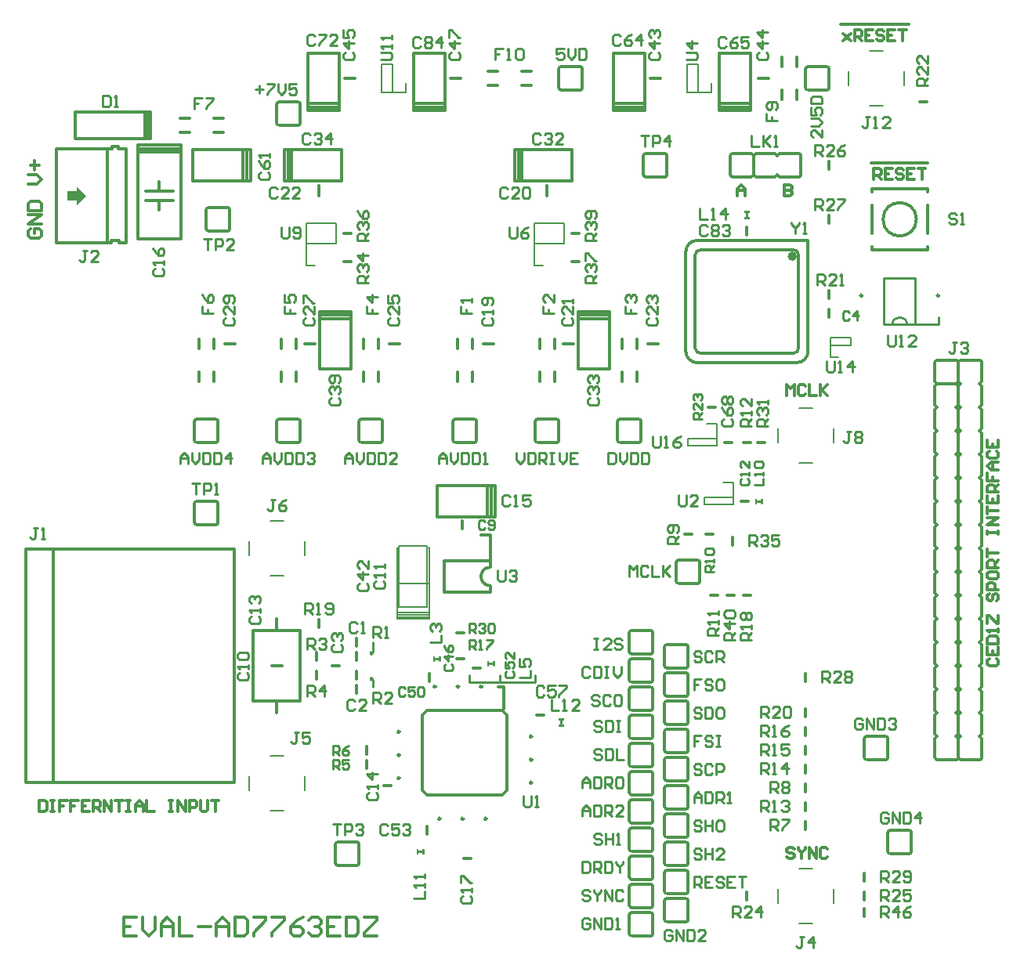
<source format=gto>
%FSTAX44Y44*%
%MOMM*%
G71*
G01*
G75*
G04:AMPARAMS|DCode=10|XSize=0.8mm|YSize=1mm|CornerRadius=0.2mm|HoleSize=0mm|Usage=FLASHONLY|Rotation=270.000|XOffset=0mm|YOffset=0mm|HoleType=Round|Shape=RoundedRectangle|*
%AMROUNDEDRECTD10*
21,1,0.8000,0.6000,0,0,270.0*
21,1,0.4000,1.0000,0,0,270.0*
1,1,0.4000,-0.3000,-0.2000*
1,1,0.4000,-0.3000,0.2000*
1,1,0.4000,0.3000,0.2000*
1,1,0.4000,0.3000,-0.2000*
%
%ADD10ROUNDEDRECTD10*%
G04:AMPARAMS|DCode=11|XSize=0.8mm|YSize=1mm|CornerRadius=0.2mm|HoleSize=0mm|Usage=FLASHONLY|Rotation=0.000|XOffset=0mm|YOffset=0mm|HoleType=Round|Shape=RoundedRectangle|*
%AMROUNDEDRECTD11*
21,1,0.8000,0.6000,0,0,0.0*
21,1,0.4000,1.0000,0,0,0.0*
1,1,0.4000,0.2000,-0.3000*
1,1,0.4000,-0.2000,-0.3000*
1,1,0.4000,-0.2000,0.3000*
1,1,0.4000,0.2000,0.3000*
%
%ADD11ROUNDEDRECTD11*%
G04:AMPARAMS|DCode=12|XSize=0.9mm|YSize=0.8mm|CornerRadius=0.2mm|HoleSize=0mm|Usage=FLASHONLY|Rotation=90.000|XOffset=0mm|YOffset=0mm|HoleType=Round|Shape=RoundedRectangle|*
%AMROUNDEDRECTD12*
21,1,0.9000,0.4000,0,0,90.0*
21,1,0.5000,0.8000,0,0,90.0*
1,1,0.4000,0.2000,0.2500*
1,1,0.4000,0.2000,-0.2500*
1,1,0.4000,-0.2000,-0.2500*
1,1,0.4000,-0.2000,0.2500*
%
%ADD12ROUNDEDRECTD12*%
G04:AMPARAMS|DCode=13|XSize=0.45mm|YSize=0.8mm|CornerRadius=0.1125mm|HoleSize=0mm|Usage=FLASHONLY|Rotation=180.000|XOffset=0mm|YOffset=0mm|HoleType=Round|Shape=RoundedRectangle|*
%AMROUNDEDRECTD13*
21,1,0.4500,0.5750,0,0,180.0*
21,1,0.2250,0.8000,0,0,180.0*
1,1,0.2250,-0.1125,0.2875*
1,1,0.2250,0.1125,0.2875*
1,1,0.2250,0.1125,-0.2875*
1,1,0.2250,-0.1125,-0.2875*
%
%ADD13ROUNDEDRECTD13*%
G04:AMPARAMS|DCode=14|XSize=1mm|YSize=0.8mm|CornerRadius=0.2mm|HoleSize=0mm|Usage=FLASHONLY|Rotation=180.000|XOffset=0mm|YOffset=0mm|HoleType=Round|Shape=RoundedRectangle|*
%AMROUNDEDRECTD14*
21,1,1.0000,0.4000,0,0,180.0*
21,1,0.6000,0.8000,0,0,180.0*
1,1,0.4000,-0.3000,0.2000*
1,1,0.4000,0.3000,0.2000*
1,1,0.4000,0.3000,-0.2000*
1,1,0.4000,-0.3000,-0.2000*
%
%ADD14ROUNDEDRECTD14*%
G04:AMPARAMS|DCode=15|XSize=1.9mm|YSize=0.4mm|CornerRadius=0.1mm|HoleSize=0mm|Usage=FLASHONLY|Rotation=180.000|XOffset=0mm|YOffset=0mm|HoleType=Round|Shape=RoundedRectangle|*
%AMROUNDEDRECTD15*
21,1,1.9000,0.2000,0,0,180.0*
21,1,1.7000,0.4000,0,0,180.0*
1,1,0.2000,-0.8500,0.1000*
1,1,0.2000,0.8500,0.1000*
1,1,0.2000,0.8500,-0.1000*
1,1,0.2000,-0.8500,-0.1000*
%
%ADD15ROUNDEDRECTD15*%
G04:AMPARAMS|DCode=16|XSize=0.8mm|YSize=0.85mm|CornerRadius=0.2mm|HoleSize=0mm|Usage=FLASHONLY|Rotation=90.000|XOffset=0mm|YOffset=0mm|HoleType=Round|Shape=RoundedRectangle|*
%AMROUNDEDRECTD16*
21,1,0.8000,0.4500,0,0,90.0*
21,1,0.4000,0.8500,0,0,90.0*
1,1,0.4000,0.2250,0.2000*
1,1,0.4000,0.2250,-0.2000*
1,1,0.4000,-0.2250,-0.2000*
1,1,0.4000,-0.2250,0.2000*
%
%ADD16ROUNDEDRECTD16*%
G04:AMPARAMS|DCode=17|XSize=1.6mm|YSize=1.3mm|CornerRadius=0.325mm|HoleSize=0mm|Usage=FLASHONLY|Rotation=0.000|XOffset=0mm|YOffset=0mm|HoleType=Round|Shape=RoundedRectangle|*
%AMROUNDEDRECTD17*
21,1,1.6000,0.6500,0,0,0.0*
21,1,0.9500,1.3000,0,0,0.0*
1,1,0.6500,0.4750,-0.3250*
1,1,0.6500,-0.4750,-0.3250*
1,1,0.6500,-0.4750,0.3250*
1,1,0.6500,0.4750,0.3250*
%
%ADD17ROUNDEDRECTD17*%
G04:AMPARAMS|DCode=18|XSize=2mm|YSize=1.6mm|CornerRadius=0.4mm|HoleSize=0mm|Usage=FLASHONLY|Rotation=90.000|XOffset=0mm|YOffset=0mm|HoleType=Round|Shape=RoundedRectangle|*
%AMROUNDEDRECTD18*
21,1,2.0000,0.8000,0,0,90.0*
21,1,1.2000,1.6000,0,0,90.0*
1,1,0.8000,0.4000,0.6000*
1,1,0.8000,0.4000,-0.6000*
1,1,0.8000,-0.4000,-0.6000*
1,1,0.8000,-0.4000,0.6000*
%
%ADD18ROUNDEDRECTD18*%
G04:AMPARAMS|DCode=19|XSize=2mm|YSize=2.6mm|CornerRadius=0.5mm|HoleSize=0mm|Usage=FLASHONLY|Rotation=90.000|XOffset=0mm|YOffset=0mm|HoleType=Round|Shape=RoundedRectangle|*
%AMROUNDEDRECTD19*
21,1,2.0000,1.6000,0,0,90.0*
21,1,1.0000,2.6000,0,0,90.0*
1,1,1.0000,0.8000,0.5000*
1,1,1.0000,0.8000,-0.5000*
1,1,1.0000,-0.8000,-0.5000*
1,1,1.0000,-0.8000,0.5000*
%
%ADD19ROUNDEDRECTD19*%
G04:AMPARAMS|DCode=20|XSize=1.25mm|YSize=1mm|CornerRadius=0.25mm|HoleSize=0mm|Usage=FLASHONLY|Rotation=180.000|XOffset=0mm|YOffset=0mm|HoleType=Round|Shape=RoundedRectangle|*
%AMROUNDEDRECTD20*
21,1,1.2500,0.5000,0,0,180.0*
21,1,0.7500,1.0000,0,0,180.0*
1,1,0.5000,-0.3750,0.2500*
1,1,0.5000,0.3750,0.2500*
1,1,0.5000,0.3750,-0.2500*
1,1,0.5000,-0.3750,-0.2500*
%
%ADD20ROUNDEDRECTD20*%
G04:AMPARAMS|DCode=21|XSize=1.8mm|YSize=2.8mm|CornerRadius=0.18mm|HoleSize=0mm|Usage=FLASHONLY|Rotation=90.000|XOffset=0mm|YOffset=0mm|HoleType=Round|Shape=RoundedRectangle|*
%AMROUNDEDRECTD21*
21,1,1.8000,2.4400,0,0,90.0*
21,1,1.4400,2.8000,0,0,90.0*
1,1,0.3600,1.2200,0.7200*
1,1,0.3600,1.2200,-0.7200*
1,1,0.3600,-1.2200,-0.7200*
1,1,0.3600,-1.2200,0.7200*
%
%ADD21ROUNDEDRECTD21*%
G04:AMPARAMS|DCode=22|XSize=0.7mm|YSize=1mm|CornerRadius=0.175mm|HoleSize=0mm|Usage=FLASHONLY|Rotation=270.000|XOffset=0mm|YOffset=0mm|HoleType=Round|Shape=RoundedRectangle|*
%AMROUNDEDRECTD22*
21,1,0.7000,0.6500,0,0,270.0*
21,1,0.3500,1.0000,0,0,270.0*
1,1,0.3500,-0.3250,-0.1750*
1,1,0.3500,-0.3250,0.1750*
1,1,0.3500,0.3250,0.1750*
1,1,0.3500,0.3250,-0.1750*
%
%ADD22ROUNDEDRECTD22*%
G04:AMPARAMS|DCode=23|XSize=2mm|YSize=1.6mm|CornerRadius=0.4mm|HoleSize=0mm|Usage=FLASHONLY|Rotation=0.000|XOffset=0mm|YOffset=0mm|HoleType=Round|Shape=RoundedRectangle|*
%AMROUNDEDRECTD23*
21,1,2.0000,0.8000,0,0,0.0*
21,1,1.2000,1.6000,0,0,0.0*
1,1,0.8000,0.6000,-0.4000*
1,1,0.8000,-0.6000,-0.4000*
1,1,0.8000,-0.6000,0.4000*
1,1,0.8000,0.6000,0.4000*
%
%ADD23ROUNDEDRECTD23*%
G04:AMPARAMS|DCode=24|XSize=2mm|YSize=2.6mm|CornerRadius=0.5mm|HoleSize=0mm|Usage=FLASHONLY|Rotation=0.000|XOffset=0mm|YOffset=0mm|HoleType=Round|Shape=RoundedRectangle|*
%AMROUNDEDRECTD24*
21,1,2.0000,1.6000,0,0,0.0*
21,1,1.0000,2.6000,0,0,0.0*
1,1,1.0000,0.5000,-0.8000*
1,1,1.0000,-0.5000,-0.8000*
1,1,1.0000,-0.5000,0.8000*
1,1,1.0000,0.5000,0.8000*
%
%ADD24ROUNDEDRECTD24*%
G04:AMPARAMS|DCode=25|XSize=2.4mm|YSize=3mm|CornerRadius=0.24mm|HoleSize=0mm|Usage=FLASHONLY|Rotation=270.000|XOffset=0mm|YOffset=0mm|HoleType=Round|Shape=RoundedRectangle|*
%AMROUNDEDRECTD25*
21,1,2.4000,2.5200,0,0,270.0*
21,1,1.9200,3.0000,0,0,270.0*
1,1,0.4800,-1.2600,-0.9600*
1,1,0.4800,-1.2600,0.9600*
1,1,0.4800,1.2600,0.9600*
1,1,0.4800,1.2600,-0.9600*
%
%ADD25ROUNDEDRECTD25*%
G04:AMPARAMS|DCode=26|XSize=2.65mm|YSize=1.75mm|CornerRadius=0.4375mm|HoleSize=0mm|Usage=FLASHONLY|Rotation=180.000|XOffset=0mm|YOffset=0mm|HoleType=Round|Shape=RoundedRectangle|*
%AMROUNDEDRECTD26*
21,1,2.6500,0.8750,0,0,180.0*
21,1,1.7750,1.7500,0,0,180.0*
1,1,0.8750,-0.8875,0.4375*
1,1,0.8750,0.8875,0.4375*
1,1,0.8750,0.8875,-0.4375*
1,1,0.8750,-0.8875,-0.4375*
%
%ADD26ROUNDEDRECTD26*%
G04:AMPARAMS|DCode=27|XSize=1.8mm|YSize=2.8mm|CornerRadius=0.18mm|HoleSize=0mm|Usage=FLASHONLY|Rotation=180.000|XOffset=0mm|YOffset=0mm|HoleType=Round|Shape=RoundedRectangle|*
%AMROUNDEDRECTD27*
21,1,1.8000,2.4400,0,0,180.0*
21,1,1.4400,2.8000,0,0,180.0*
1,1,0.3600,-0.7200,1.2200*
1,1,0.3600,0.7200,1.2200*
1,1,0.3600,0.7200,-1.2200*
1,1,0.3600,-0.7200,-1.2200*
%
%ADD27ROUNDEDRECTD27*%
G04:AMPARAMS|DCode=28|XSize=1.25mm|YSize=1mm|CornerRadius=0.25mm|HoleSize=0mm|Usage=FLASHONLY|Rotation=90.000|XOffset=0mm|YOffset=0mm|HoleType=Round|Shape=RoundedRectangle|*
%AMROUNDEDRECTD28*
21,1,1.2500,0.5000,0,0,90.0*
21,1,0.7500,1.0000,0,0,90.0*
1,1,0.5000,0.2500,0.3750*
1,1,0.5000,0.2500,-0.3750*
1,1,0.5000,-0.2500,-0.3750*
1,1,0.5000,-0.2500,0.3750*
%
%ADD28ROUNDEDRECTD28*%
%ADD29O,0.4000X1.9000*%
G04:AMPARAMS|DCode=30|XSize=0.9mm|YSize=0.8mm|CornerRadius=0.2mm|HoleSize=0mm|Usage=FLASHONLY|Rotation=180.000|XOffset=0mm|YOffset=0mm|HoleType=Round|Shape=RoundedRectangle|*
%AMROUNDEDRECTD30*
21,1,0.9000,0.4000,0,0,180.0*
21,1,0.5000,0.8000,0,0,180.0*
1,1,0.4000,-0.2500,0.2000*
1,1,0.4000,0.2500,0.2000*
1,1,0.4000,0.2500,-0.2000*
1,1,0.4000,-0.2500,-0.2000*
%
%ADD30ROUNDEDRECTD30*%
G04:AMPARAMS|DCode=31|XSize=0.7mm|YSize=1mm|CornerRadius=0.175mm|HoleSize=0mm|Usage=FLASHONLY|Rotation=0.000|XOffset=0mm|YOffset=0mm|HoleType=Round|Shape=RoundedRectangle|*
%AMROUNDEDRECTD31*
21,1,0.7000,0.6500,0,0,0.0*
21,1,0.3500,1.0000,0,0,0.0*
1,1,0.3500,0.1750,-0.3250*
1,1,0.3500,-0.1750,-0.3250*
1,1,0.3500,-0.1750,0.3250*
1,1,0.3500,0.1750,0.3250*
%
%ADD31ROUNDEDRECTD31*%
G04:AMPARAMS|DCode=32|XSize=0.8mm|YSize=0.85mm|CornerRadius=0.2mm|HoleSize=0mm|Usage=FLASHONLY|Rotation=180.000|XOffset=0mm|YOffset=0mm|HoleType=Round|Shape=RoundedRectangle|*
%AMROUNDEDRECTD32*
21,1,0.8000,0.4500,0,0,180.0*
21,1,0.4000,0.8500,0,0,180.0*
1,1,0.4000,-0.2000,0.2250*
1,1,0.4000,0.2000,0.2250*
1,1,0.4000,0.2000,-0.2250*
1,1,0.4000,-0.2000,-0.2250*
%
%ADD32ROUNDEDRECTD32*%
G04:AMPARAMS|DCode=33|XSize=0.6mm|YSize=2.2mm|CornerRadius=0.15mm|HoleSize=0mm|Usage=FLASHONLY|Rotation=0.000|XOffset=0mm|YOffset=0mm|HoleType=Round|Shape=RoundedRectangle|*
%AMROUNDEDRECTD33*
21,1,0.6000,1.9000,0,0,0.0*
21,1,0.3000,2.2000,0,0,0.0*
1,1,0.3000,0.1500,-0.9500*
1,1,0.3000,-0.1500,-0.9500*
1,1,0.3000,-0.1500,0.9500*
1,1,0.3000,0.1500,0.9500*
%
%ADD33ROUNDEDRECTD33*%
G04:AMPARAMS|DCode=34|XSize=2.2mm|YSize=2.8mm|CornerRadius=0.33mm|HoleSize=0mm|Usage=FLASHONLY|Rotation=90.000|XOffset=0mm|YOffset=0mm|HoleType=Round|Shape=RoundedRectangle|*
%AMROUNDEDRECTD34*
21,1,2.2000,2.1400,0,0,90.0*
21,1,1.5400,2.8000,0,0,90.0*
1,1,0.6600,1.0700,0.7700*
1,1,0.6600,1.0700,-0.7700*
1,1,0.6600,-1.0700,-0.7700*
1,1,0.6600,-1.0700,0.7700*
%
%ADD34ROUNDEDRECTD34*%
G04:AMPARAMS|DCode=35|XSize=1mm|YSize=0.8mm|CornerRadius=0.2mm|HoleSize=0mm|Usage=FLASHONLY|Rotation=90.000|XOffset=0mm|YOffset=0mm|HoleType=Round|Shape=RoundedRectangle|*
%AMROUNDEDRECTD35*
21,1,1.0000,0.4000,0,0,90.0*
21,1,0.6000,0.8000,0,0,90.0*
1,1,0.4000,0.2000,0.3000*
1,1,0.4000,0.2000,-0.3000*
1,1,0.4000,-0.2000,-0.3000*
1,1,0.4000,-0.2000,0.3000*
%
%ADD35ROUNDEDRECTD35*%
G04:AMPARAMS|DCode=36|XSize=0.5mm|YSize=0.65mm|CornerRadius=0.125mm|HoleSize=0mm|Usage=FLASHONLY|Rotation=180.000|XOffset=0mm|YOffset=0mm|HoleType=Round|Shape=RoundedRectangle|*
%AMROUNDEDRECTD36*
21,1,0.5000,0.4000,0,0,180.0*
21,1,0.2500,0.6500,0,0,180.0*
1,1,0.2500,-0.1250,0.2000*
1,1,0.2500,0.1250,0.2000*
1,1,0.2500,0.1250,-0.2000*
1,1,0.2500,-0.1250,-0.2000*
%
%ADD36ROUNDEDRECTD36*%
G04:AMPARAMS|DCode=37|XSize=0.3mm|YSize=1.9mm|CornerRadius=0.075mm|HoleSize=0mm|Usage=FLASHONLY|Rotation=270.000|XOffset=0mm|YOffset=0mm|HoleType=Round|Shape=RoundedRectangle|*
%AMROUNDEDRECTD37*
21,1,0.3000,1.7500,0,0,270.0*
21,1,0.1500,1.9000,0,0,270.0*
1,1,0.1500,-0.8750,-0.0750*
1,1,0.1500,-0.8750,0.0750*
1,1,0.1500,0.8750,0.0750*
1,1,0.1500,0.8750,-0.0750*
%
%ADD37ROUNDEDRECTD37*%
G04:AMPARAMS|DCode=38|XSize=0.3mm|YSize=1.9mm|CornerRadius=0.075mm|HoleSize=0mm|Usage=FLASHONLY|Rotation=180.000|XOffset=0mm|YOffset=0mm|HoleType=Round|Shape=RoundedRectangle|*
%AMROUNDEDRECTD38*
21,1,0.3000,1.7500,0,0,180.0*
21,1,0.1500,1.9000,0,0,180.0*
1,1,0.1500,-0.0750,0.8750*
1,1,0.1500,0.0750,0.8750*
1,1,0.1500,0.0750,-0.8750*
1,1,0.1500,-0.0750,-0.8750*
%
%ADD38ROUNDEDRECTD38*%
G04:AMPARAMS|DCode=39|XSize=6mm|YSize=6mm|CornerRadius=0.3mm|HoleSize=0mm|Usage=FLASHONLY|Rotation=270.000|XOffset=0mm|YOffset=0mm|HoleType=Round|Shape=RoundedRectangle|*
%AMROUNDEDRECTD39*
21,1,6.0000,5.4000,0,0,270.0*
21,1,5.4000,6.0000,0,0,270.0*
1,1,0.6000,-2.7000,-2.7000*
1,1,0.6000,-2.7000,2.7000*
1,1,0.6000,2.7000,2.7000*
1,1,0.6000,2.7000,-2.7000*
%
%ADD39ROUNDEDRECTD39*%
%ADD40C,0.3000*%
%ADD41C,0.2540*%
%ADD42C,1.0000*%
%ADD43C,0.4000*%
%ADD44C,0.7000*%
%ADD45C,0.5000*%
%ADD46C,0.2500*%
%ADD47C,0.2000*%
%ADD48C,2.0000*%
%ADD49C,1.6000*%
%ADD50C,2.5000*%
%ADD51C,2.0000*%
%ADD52C,1.3000*%
%ADD53C,2.2000*%
%ADD54C,0.6000*%
%ADD55C,1.0000*%
%ADD56C,0.7000*%
%ADD57C,1.0160*%
%ADD58C,2.0160*%
G04:AMPARAMS|DCode=59|XSize=2.524mm|YSize=2.524mm|CornerRadius=0mm|HoleSize=0mm|Usage=FLASHONLY|Rotation=0.000|XOffset=0mm|YOffset=0mm|HoleType=Round|Shape=Relief|Width=0.254mm|Gap=0.254mm|Entries=4|*
%AMTHD59*
7,0,0,2.5240,2.0160,0.2540,45*
%
%ADD59THD59*%
%ADD60C,2.6160*%
%ADD61C,2.2160*%
%ADD62C,2.6160*%
G04:AMPARAMS|DCode=63|XSize=3.124mm|YSize=3.124mm|CornerRadius=0mm|HoleSize=0mm|Usage=FLASHONLY|Rotation=0.000|XOffset=0mm|YOffset=0mm|HoleType=Round|Shape=Relief|Width=0.254mm|Gap=0.254mm|Entries=4|*
%AMTHD63*
7,0,0,3.1240,2.6160,0.2540,45*
%
%ADD63THD63*%
%ADD64C,2.3160*%
G04:AMPARAMS|DCode=65|XSize=2.824mm|YSize=2.824mm|CornerRadius=0mm|HoleSize=0mm|Usage=FLASHONLY|Rotation=0.000|XOffset=0mm|YOffset=0mm|HoleType=Round|Shape=Relief|Width=0.254mm|Gap=0.254mm|Entries=4|*
%AMTHD65*
7,0,0,2.8240,2.3160,0.2540,45*
%
%ADD65THD65*%
%ADD66C,1.8160*%
G04:AMPARAMS|DCode=67|XSize=2.324mm|YSize=2.324mm|CornerRadius=0mm|HoleSize=0mm|Usage=FLASHONLY|Rotation=0.000|XOffset=0mm|YOffset=0mm|HoleType=Round|Shape=Relief|Width=0.254mm|Gap=0.254mm|Entries=4|*
%AMTHD67*
7,0,0,2.3240,1.8160,0.2540,45*
%
%ADD67THD67*%
%ADD68C,6.0960*%
G04:AMPARAMS|DCode=69|XSize=1.824mm|YSize=1.824mm|CornerRadius=0mm|HoleSize=0mm|Usage=FLASHONLY|Rotation=0.000|XOffset=0mm|YOffset=0mm|HoleType=Round|Shape=Relief|Width=0.254mm|Gap=0.254mm|Entries=4|*
%AMTHD69*
7,0,0,1.8240,1.3160,0.2540,45*
%
%ADD69THD69*%
%ADD70C,1.3160*%
G04:AMPARAMS|DCode=71|XSize=2.124mm|YSize=2.124mm|CornerRadius=0mm|HoleSize=0mm|Usage=FLASHONLY|Rotation=0.000|XOffset=0mm|YOffset=0mm|HoleType=Round|Shape=Relief|Width=0.254mm|Gap=0.254mm|Entries=4|*
%AMTHD71*
7,0,0,2.1240,1.6160,0.2540,45*
%
%ADD71THD71*%
%ADD72C,1.6160*%
%ADD73C,0.0254*%
%ADD74C,0.3500*%
G36*
X00914477Y00717755D02*
X00913207D01*
Y00719279D01*
X00907873D01*
Y00717755D01*
X00906603D01*
Y00722581D01*
X00907873D01*
Y00721057D01*
X00913207D01*
Y00722581D01*
X00914477D01*
Y00717755D01*
D02*
G37*
G36*
X00989153Y00659207D02*
X00987629D01*
Y00653873D01*
X00989153D01*
Y00652603D01*
X00984327D01*
Y00653873D01*
X00985851D01*
Y00659207D01*
X00984327D01*
Y00660477D01*
X00989153D01*
Y00659207D01*
D02*
G37*
G36*
X00838277Y00514427D02*
X00837007D01*
Y00515951D01*
X00831673D01*
Y00514427D01*
X00830403D01*
Y00519253D01*
X00831673D01*
Y00517729D01*
X00837007D01*
Y00519253D01*
X00838277D01*
Y00514427D01*
D02*
G37*
G36*
X00856057Y00722707D02*
X00854787D01*
Y00724231D01*
X00849453D01*
Y00722707D01*
X00848183D01*
Y00727533D01*
X00849453D01*
Y00726009D01*
X00854787D01*
Y00727533D01*
X00856057D01*
Y00722707D01*
D02*
G37*
G36*
X00473661Y01225499D02*
X004635Y0121534D01*
X004635Y0122042D01*
X0045334D01*
Y0123058D01*
X004635D01*
X004635Y0123566D01*
X00473661Y01225499D01*
D02*
G37*
G36*
X01189813Y01207847D02*
X01188289D01*
Y01202513D01*
X01189813D01*
Y01201243D01*
X01184987D01*
Y01202513D01*
X01186511D01*
Y01207847D01*
X01184987D01*
Y01209117D01*
X01189813D01*
Y01207847D01*
D02*
G37*
G36*
X01204037Y00892887D02*
X01202767D01*
Y00894411D01*
X01197433D01*
Y00892887D01*
X01196163D01*
Y00897713D01*
X01197433D01*
Y00896189D01*
X01202767D01*
Y00897713D01*
X01204037D01*
Y00892887D01*
D02*
G37*
D40*
X014387Y006159D02*
G03*
X014415Y006187I0J000028D01*
G01*
X014159D02*
G03*
X014187Y006159I000028J0D01*
G01*
X014415Y010453D02*
G03*
X014387Y010477I-000026J-000002D01*
G01*
X014187Y010477D02*
G03*
X014159Y010453I-000002J-000026D01*
G01*
X013933Y010477D02*
G03*
X013905Y010453I-000002J-000026D01*
G01*
X014161D02*
G03*
X014133Y010477I-000026J-000002D01*
G01*
X013905Y006187D02*
G03*
X013933Y006159I000028J0D01*
G01*
X014133Y006159D02*
G03*
X014161Y006187I0J000028D01*
G01*
X0107804Y0127132D02*
G03*
X0107564Y0126852I000002J-000026D01*
G01*
X0107564Y0124852D02*
G03*
X0107804Y0124572I000026J-000002D01*
G01*
X0110104Y0126852D02*
G03*
X0109824Y0127132I-000028J0D01*
G01*
Y0124572D02*
G03*
X0110104Y0124852I0J000028D01*
G01*
X01395Y011177D02*
G03*
X01395Y011177I-00001J0D01*
G01*
X01312D02*
G03*
X01312Y011177I-00001J0D01*
G01*
X013705Y012001D02*
G03*
X013705Y012001I-00018J0D01*
G01*
X0124302Y0124572D02*
G03*
X0124582Y0124852I0J000028D01*
G01*
X0124582Y0126852D02*
G03*
X0124302Y0127132I-000028J0D01*
G01*
X0116962Y0124852D02*
G03*
X0117202Y0124572I000026J-000002D01*
G01*
Y0127132D02*
G03*
X0116962Y0126852I000002J-000026D01*
G01*
X012508Y013422D02*
G03*
X012536Y013398I000026J000002D01*
G01*
X012736Y013398D02*
G03*
X012764Y013422I000002J000026D01*
G01*
X012536Y013652D02*
G03*
X012508Y013624I0J-000028D01*
G01*
X012764D02*
G03*
X012736Y013652I-000028J0D01*
G01*
X009866Y013653D02*
G03*
X009842Y013625I000002J-000026D01*
G01*
X009842Y013425D02*
G03*
X009866Y013397I000026J-000002D01*
G01*
X010096Y013625D02*
G03*
X010068Y013653I-000028J0D01*
G01*
Y013397D02*
G03*
X010096Y013425I0J000028D01*
G01*
X006793Y013041D02*
G03*
X006821Y013017I000026J000002D01*
G01*
X007021Y013017D02*
G03*
X007049Y013041I000002J000026D01*
G01*
X006821Y013271D02*
G03*
X006793Y013243I0J-000028D01*
G01*
X007049D02*
G03*
X007021Y013271I-000028J0D01*
G01*
X006056Y012129D02*
G03*
X006032Y012101I000002J-000026D01*
G01*
X006032Y011901D02*
G03*
X006056Y011873I000026J-000002D01*
G01*
X006286Y012101D02*
G03*
X006258Y012129I-000028J0D01*
G01*
Y011873D02*
G03*
X006286Y011901I0J000028D01*
G01*
X012374Y010552D02*
G03*
X012434Y010612I0J00006D01*
G01*
X011314D02*
G03*
X011374Y010552I00006J0D01*
G01*
X012434Y011612D02*
G03*
X012374Y011672I-00006J0D01*
G01*
X011374D02*
G03*
X011314Y011612I0J-00006D01*
G01*
X011334Y011772D02*
G03*
X011214Y011652I0J-00012D01*
G01*
X011214Y010572D02*
G03*
X011334Y010452I00012J0D01*
G01*
X012414Y010452D02*
G03*
X012534Y010572I0J00012D01*
G01*
X012414Y010452D02*
G03*
X012534Y010572I0J00012D01*
G01*
X011214D02*
G03*
X011334Y010452I00012J0D01*
G01*
Y011772D02*
G03*
X011214Y011652I0J-00012D01*
G01*
X009587Y009612D02*
G03*
X009615Y009588I000026J000002D01*
G01*
X009815Y009588D02*
G03*
X009843Y009612I000002J000026D01*
G01*
X009615Y009842D02*
G03*
X009587Y009814I0J-000028D01*
G01*
X009843D02*
G03*
X009815Y009842I-000028J0D01*
G01*
X010476Y009612D02*
G03*
X010504Y009588I000026J000002D01*
G01*
X010704Y009588D02*
G03*
X010732Y009612I000002J000026D01*
G01*
X010504Y009842D02*
G03*
X010476Y009814I0J-000028D01*
G01*
X010732D02*
G03*
X010704Y009842I-000028J0D01*
G01*
X008698Y009612D02*
G03*
X008726Y009588I000026J000002D01*
G01*
X008926Y009588D02*
G03*
X008954Y009612I000002J000026D01*
G01*
X008726Y009842D02*
G03*
X008698Y009814I0J-000028D01*
G01*
X008954D02*
G03*
X008926Y009842I-000028J0D01*
G01*
X007682Y009612D02*
G03*
X00771Y009588I000026J000002D01*
G01*
X00791Y009588D02*
G03*
X007938Y009612I000002J000026D01*
G01*
X00771Y009842D02*
G03*
X007682Y009814I0J-000028D01*
G01*
X007938D02*
G03*
X00791Y009842I-000028J0D01*
G01*
X006793Y009612D02*
G03*
X006821Y009588I000026J000002D01*
G01*
X007021Y009588D02*
G03*
X007049Y009612I000002J000026D01*
G01*
X006821Y009842D02*
G03*
X006793Y009814I0J-000028D01*
G01*
X007049D02*
G03*
X007021Y009842I-000028J0D01*
G01*
X005904Y009612D02*
G03*
X005932Y009588I000026J000002D01*
G01*
X006132Y009588D02*
G03*
X00616Y009612I000002J000026D01*
G01*
X005932Y009842D02*
G03*
X005904Y009814I0J-000028D01*
G01*
X00616D02*
G03*
X006132Y009842I-000028J0D01*
G01*
X005929Y008954D02*
G03*
X005905Y008926I000002J-000026D01*
G01*
X005905Y008726D02*
G03*
X005929Y008698I000026J-000002D01*
G01*
X006159Y008926D02*
G03*
X006131Y008954I-000028J0D01*
G01*
Y008698D02*
G03*
X006159Y008726I0J000028D01*
G01*
X0091014Y0082402D02*
G03*
X0091014Y0080402I0J-0001D01*
G01*
X007453Y005271D02*
G03*
X007429Y005243I000002J-000026D01*
G01*
X007429Y005043D02*
G03*
X007453Y005015I000026J-000002D01*
G01*
X007683Y005243D02*
G03*
X007655Y005271I-000028J0D01*
G01*
Y005015D02*
G03*
X007683Y005043I0J000028D01*
G01*
X009551Y0064102D02*
G03*
X009551Y0064102I-00001J0D01*
G01*
Y0061602D02*
G03*
X009551Y0061602I-00001J0D01*
G01*
Y0059102D02*
G03*
X009551Y0059102I-00001J0D01*
G01*
X009061Y0055202D02*
G03*
X009061Y0055202I-00001J0D01*
G01*
X008811D02*
G03*
X008811Y0055202I-00001J0D01*
G01*
X008561D02*
G03*
X008561Y0055202I-00001J0D01*
G01*
X008121Y0059602D02*
G03*
X008121Y0059602I-00001J0D01*
G01*
Y0062102D02*
G03*
X008121Y0062102I-00001J0D01*
G01*
Y0064602D02*
G03*
X008121Y0064602I-00001J0D01*
G01*
X008511Y0069502D02*
G03*
X008511Y0069502I-00001J0D01*
G01*
X008761D02*
G03*
X008761Y0069502I-00001J0D01*
G01*
X009011D02*
G03*
X009011Y0069502I-00001J0D01*
G01*
X011111Y008088D02*
G03*
X011139Y008064I000026J000002D01*
G01*
X011339Y008064D02*
G03*
X011367Y008088I000002J000026D01*
G01*
X011139Y008318D02*
G03*
X011111Y00829I0J-000028D01*
G01*
X011367D02*
G03*
X011339Y008318I-000028J0D01*
G01*
X013143Y006183D02*
G03*
X013171Y006159I000026J000002D01*
G01*
X013371Y006159D02*
G03*
X013399Y006183I000002J000026D01*
G01*
X013171Y006413D02*
G03*
X013143Y006385I0J-000028D01*
G01*
X013399D02*
G03*
X013371Y006413I-000028J0D01*
G01*
X013397Y005167D02*
G03*
X013425Y005143I000026J000002D01*
G01*
X013625Y005143D02*
G03*
X013653Y005167I000002J000026D01*
G01*
X013425Y005397D02*
G03*
X013397Y005369I0J-000028D01*
G01*
X013653D02*
G03*
X013625Y005397I-000028J0D01*
G01*
X010603Y004278D02*
G03*
X010631Y004254I000026J000002D01*
G01*
X010831Y004254D02*
G03*
X010859Y004278I000002J000026D01*
G01*
X010631Y004508D02*
G03*
X010603Y00448I0J-000028D01*
G01*
X010859D02*
G03*
X010831Y004508I-000028J0D01*
G01*
X010984Y0044304D02*
G03*
X011012Y0044064I000026J000002D01*
G01*
X011212Y0044064D02*
G03*
X01124Y0044304I000002J000026D01*
G01*
X011012Y0046604D02*
G03*
X010984Y0046324I0J-000028D01*
G01*
X01124D02*
G03*
X011212Y0046604I-000028J0D01*
G01*
X010834Y0054722D02*
G03*
X010858Y0055002I-000002J000026D01*
G01*
X010858Y0057002D02*
G03*
X010834Y0057282I-000026J000002D01*
G01*
X010604Y0055002D02*
G03*
X010632Y0054722I000028J0D01*
G01*
Y0057282D02*
G03*
X010604Y0057002I0J-000028D01*
G01*
X010834Y0048626D02*
G03*
X010858Y0048906I-000002J000026D01*
G01*
X010858Y0050906D02*
G03*
X010834Y0051186I-000026J000002D01*
G01*
X010604Y0048906D02*
G03*
X010632Y0048626I000028J0D01*
G01*
Y0051186D02*
G03*
X010604Y0050906I0J-000028D01*
G01*
X010603Y0064116D02*
G03*
X010631Y0063876I000026J000002D01*
G01*
X010831Y0063876D02*
G03*
X010859Y0064116I000002J000026D01*
G01*
X010631Y0066416D02*
G03*
X010603Y0066136I0J-000028D01*
G01*
X010859D02*
G03*
X010831Y0066416I-000028J0D01*
G01*
X010628Y007557D02*
G03*
X010604Y007529I000002J-000026D01*
G01*
X010604Y007329D02*
G03*
X010628Y007301I000026J-000002D01*
G01*
X010858Y007529D02*
G03*
X01083Y007557I-000028J0D01*
G01*
Y007301D02*
G03*
X010858Y007329I0J000028D01*
G01*
X010603Y0070212D02*
G03*
X010631Y0069972I000026J000002D01*
G01*
X010831Y0069972D02*
G03*
X010859Y0070212I000002J000026D01*
G01*
X010631Y0072512D02*
G03*
X010603Y0072232I0J-000028D01*
G01*
X010859D02*
G03*
X010831Y0072512I-000028J0D01*
G01*
X010603Y0061068D02*
G03*
X010631Y0060828I000026J000002D01*
G01*
X010831Y0060828D02*
G03*
X010859Y0061068I000002J000026D01*
G01*
X010631Y0063368D02*
G03*
X010603Y0063088I0J-000028D01*
G01*
X010859D02*
G03*
X010831Y0063368I-000028J0D01*
G01*
X010834Y0045578D02*
G03*
X010858Y0045858I-000002J000026D01*
G01*
X010858Y0047858D02*
G03*
X010834Y0048138I-000026J000002D01*
G01*
X010604Y0045858D02*
G03*
X010632Y0045578I000028J0D01*
G01*
Y0048138D02*
G03*
X010604Y0047858I0J-000028D01*
G01*
X010603Y0051924D02*
G03*
X010631Y0051684I000026J000002D01*
G01*
X010831Y0051684D02*
G03*
X010859Y0051924I000002J000026D01*
G01*
X010631Y0054224D02*
G03*
X010603Y0053944I0J-000028D01*
G01*
X010859D02*
G03*
X010831Y0054224I-000028J0D01*
G01*
X010603Y0067164D02*
G03*
X010631Y0066924I000026J000002D01*
G01*
X010831Y0066924D02*
G03*
X010859Y0067164I000002J000026D01*
G01*
X010631Y0069464D02*
G03*
X010603Y0069184I0J-000028D01*
G01*
X010859D02*
G03*
X010831Y0069464I-000028J0D01*
G01*
X010834Y005777D02*
G03*
X010858Y005805I-000002J000026D01*
G01*
X010858Y006005D02*
G03*
X010834Y006033I-000026J000002D01*
G01*
X010604Y005805D02*
G03*
X010632Y005777I000028J0D01*
G01*
Y006033D02*
G03*
X010604Y006005I0J-000028D01*
G01*
X011215Y0056246D02*
G03*
X011239Y0056526I-000002J000026D01*
G01*
X011239Y0058526D02*
G03*
X011215Y0058806I-000026J000002D01*
G01*
X010985Y0056526D02*
G03*
X011013Y0056246I000028J0D01*
G01*
Y0058806D02*
G03*
X010985Y0058526I0J-000028D01*
G01*
X010984Y0047352D02*
G03*
X011012Y0047112I000026J000002D01*
G01*
X011212Y0047112D02*
G03*
X01124Y0047352I000002J000026D01*
G01*
X011012Y0049652D02*
G03*
X010984Y0049372I0J-000028D01*
G01*
X01124D02*
G03*
X011212Y0049652I-000028J0D01*
G01*
X011009Y0070998D02*
G03*
X010985Y0070718I000002J-000026D01*
G01*
X010985Y0068718D02*
G03*
X011009Y0068438I000026J-000002D01*
G01*
X011239Y0070718D02*
G03*
X011211Y0070998I-000028J0D01*
G01*
Y0068438D02*
G03*
X011239Y0068718I0J000028D01*
G01*
X011009Y0061854D02*
G03*
X010985Y0061574I000002J-000026D01*
G01*
X010985Y0059574D02*
G03*
X011009Y0059294I000026J-000002D01*
G01*
X011239Y0061574D02*
G03*
X011211Y0061854I-000028J0D01*
G01*
Y0059294D02*
G03*
X011239Y0059574I0J000028D01*
G01*
X011009Y006795D02*
G03*
X010985Y006767I000002J-000026D01*
G01*
X010985Y006567D02*
G03*
X011009Y006539I000026J-000002D01*
G01*
X011239Y006767D02*
G03*
X011211Y006795I-000028J0D01*
G01*
Y006539D02*
G03*
X011239Y006567I0J000028D01*
G01*
X010984Y00504D02*
G03*
X011012Y005016I000026J000002D01*
G01*
X011212Y005016D02*
G03*
X01124Y00504I000002J000026D01*
G01*
X011012Y00527D02*
G03*
X010984Y005242I0J-000028D01*
G01*
X01124D02*
G03*
X011212Y00527I-000028J0D01*
G01*
X011009Y0064902D02*
G03*
X010985Y0064622I000002J-000026D01*
G01*
X010985Y0062622D02*
G03*
X011009Y0062342I000026J-000002D01*
G01*
X011239Y0064622D02*
G03*
X011211Y0064902I-000028J0D01*
G01*
Y0062342D02*
G03*
X011239Y0062622I0J000028D01*
G01*
X011009Y0074046D02*
G03*
X010985Y0073766I000002J-000026D01*
G01*
X010985Y0071766D02*
G03*
X011009Y0071486I000026J-000002D01*
G01*
X011239Y0073766D02*
G03*
X011211Y0074046I-000028J0D01*
G01*
Y0071486D02*
G03*
X011239Y0071766I0J000028D01*
G01*
X010984Y0053448D02*
G03*
X011012Y0053208I000026J000002D01*
G01*
X011212Y0053208D02*
G03*
X01124Y0053448I000002J000026D01*
G01*
X011012Y0055748D02*
G03*
X010984Y0055468I0J-000028D01*
G01*
X01124D02*
G03*
X011212Y0055748I-000028J0D01*
G01*
X014159Y0064384D02*
X01416D01*
X0141854Y006413D01*
X014159Y0064394D02*
Y006643D01*
Y0064394D02*
X01416Y0064384D01*
Y0066416D02*
X0141854Y006667D01*
X0143886Y006413D02*
X014414Y0064384D01*
X014415D02*
Y006643D01*
X0143886Y006667D02*
X014414Y0066416D01*
X0143886Y006921D02*
X014414Y0068956D01*
X014415Y0066924D02*
Y006897D01*
X0143886Y006667D02*
X014414Y0066924D01*
X01416Y0068956D02*
X0141854Y006921D01*
X014159Y0066934D02*
X01416Y0066924D01*
X014159Y0066934D02*
Y006897D01*
X01416Y0066924D02*
X0141854Y006667D01*
X014159Y0066924D02*
X01416D01*
X0143886Y007175D02*
X014414Y0071496D01*
X014415Y0069464D02*
Y007151D01*
X0143886Y006921D02*
X014414Y0069464D01*
X01416Y0071496D02*
X0141854Y007175D01*
X014159Y0069474D02*
X01416Y0069464D01*
X014159Y0069474D02*
Y007151D01*
X01416Y0069464D02*
X0141854Y006921D01*
X014159Y0069464D02*
X01416D01*
X0143886Y007429D02*
X014414Y0074036D01*
X014415Y0072004D02*
Y007405D01*
X0143886Y007175D02*
X014414Y0072004D01*
X01416Y0074036D02*
X0141854Y007429D01*
X014159Y0072014D02*
X01416Y0072004D01*
X014159Y0072014D02*
Y007405D01*
X01416Y0072004D02*
X0141854Y007175D01*
X014159Y0072004D02*
X01416D01*
X0143886Y007683D02*
X014414Y0076576D01*
X014415Y0074544D02*
Y007659D01*
X0143886Y007429D02*
X014414Y0074544D01*
X01416Y0076576D02*
X0141854Y007683D01*
X014159Y0074554D02*
X01416Y0074544D01*
X014159Y0074554D02*
Y007659D01*
X01416Y0074544D02*
X0141854Y007429D01*
X014159Y0074544D02*
X01416D01*
X0143886Y007937D02*
X014414Y0079116D01*
X014415Y0077084D02*
Y007913D01*
X0143886Y007683D02*
X014414Y0077084D01*
X01416Y0079116D02*
X0141854Y007937D01*
X014159Y0077094D02*
X01416Y0077084D01*
X014159Y0077094D02*
Y007913D01*
X01416Y0077084D02*
X0141854Y007683D01*
X014159Y0077084D02*
X01416D01*
X014159Y0061844D02*
Y0063876D01*
Y0061844D02*
X01416D01*
X014415D02*
Y0063876D01*
X014414Y0061844D02*
X014415D01*
X014187Y006159D02*
X014387D01*
X014159Y0077084D02*
X01416D01*
X0141854Y007683D01*
X0141844Y006413D02*
X0141854D01*
X014159Y0063876D02*
X0141844Y006413D01*
X014159Y0077094D02*
Y007913D01*
Y0077094D02*
X01416Y0077084D01*
X014159Y0082164D02*
X01416D01*
X0141854Y008191D01*
X0141844D02*
X0141854D01*
X014159Y0081656D02*
X0141844Y008191D01*
X014159Y0082174D02*
Y008421D01*
Y0082174D02*
X01416Y0082164D01*
X014159Y0079624D02*
Y0081656D01*
Y0079624D02*
X01416D01*
X0141854Y007937D01*
X01416Y0079116D02*
X0141854Y007937D01*
X014159Y0087244D02*
X01416D01*
X0141854Y008699D01*
X0141844D02*
X0141854D01*
X014159Y0086736D02*
X0141844Y008699D01*
X014159Y0087254D02*
Y008929D01*
Y0087254D02*
X01416Y0087244D01*
X014159Y0084704D02*
Y0086736D01*
Y0084704D02*
X01416D01*
X0141854Y008445D01*
X01416Y0084196D02*
X0141854Y008445D01*
X014159Y0092324D02*
X01416D01*
X0141854Y009207D01*
X0141844D02*
X0141854D01*
X014159Y0091816D02*
X0141844Y009207D01*
X014159Y0092334D02*
Y009437D01*
Y0092334D02*
X01416Y0092324D01*
X014159Y0089784D02*
Y0091816D01*
Y0089784D02*
X01416D01*
X0141854Y008953D01*
X01416Y0089276D02*
X0141854Y008953D01*
X014159Y0097404D02*
X01416D01*
X0141854Y009715D01*
X0141844D02*
X0141854D01*
X014159Y0096896D02*
X0141844Y009715D01*
X014159Y0097414D02*
Y009945D01*
Y0097414D02*
X01416Y0097404D01*
X014159Y0094864D02*
Y0096896D01*
Y0094864D02*
X01416D01*
X0141854Y009461D01*
X01416Y0094356D02*
X0141854Y009461D01*
X0143886Y007683D02*
X014414Y0077084D01*
X0143886Y006413D02*
X014414Y0063876D01*
X014415Y0077084D02*
Y007913D01*
X0143886Y008191D02*
X014414Y0082164D01*
X0143886Y008191D02*
X014414Y0081656D01*
X014415Y0082164D02*
Y008421D01*
X0143886Y007937D02*
X014414Y0079624D01*
X0143886Y007937D02*
X014414Y0079116D01*
X014415Y0079624D02*
Y0081656D01*
X014414Y0079624D02*
X014415D01*
X0143886Y008699D02*
X014414Y0087244D01*
X0143886Y008699D02*
X014414Y0086736D01*
X014415Y0087244D02*
Y008929D01*
X0143886Y008445D02*
X014414Y0084704D01*
X0143886Y008445D02*
X014414Y0084196D01*
X014415Y0084704D02*
Y0086736D01*
X014414Y0084704D02*
X014415D01*
X0143886Y009207D02*
X014414Y0092324D01*
X0143886Y009207D02*
X014414Y0091816D01*
X014415Y0092324D02*
Y009437D01*
X0143886Y008953D02*
X014414Y0089784D01*
X0143886Y008953D02*
X014414Y0089276D01*
X014415Y0089784D02*
Y0091816D01*
X014414Y0089784D02*
X014415D01*
X0143886Y009715D02*
X014414Y0097404D01*
X0143886Y009715D02*
X014414Y0096896D01*
X014415Y0097404D02*
Y009945D01*
X0143886Y009461D02*
X014414Y0094864D01*
X0143886Y009461D02*
X014414Y0094356D01*
X014415Y0094864D02*
Y0096896D01*
X014414Y0094864D02*
X014415D01*
X01416Y0099436D02*
X0141854Y009969D01*
X01416Y0099944D02*
X0141854Y009969D01*
X014159Y0099944D02*
X01416D01*
X014159D02*
Y0101976D01*
Y0102494D02*
X01416Y0102484D01*
X014159Y0102494D02*
Y010453D01*
X014414Y0099944D02*
X014415D01*
Y0101976D01*
X0143886Y009969D02*
X014414Y0099436D01*
X0143886Y009969D02*
X014414Y0099944D01*
X014415Y0102484D02*
Y010453D01*
X014159Y0101976D02*
X0141844Y010223D01*
X0141854D01*
X01416Y0102484D02*
X0141854Y010223D01*
X014159Y0102484D02*
X01416D01*
X0143886Y010223D02*
X014414Y0101976D01*
X0143886Y010223D02*
X014414Y0102484D01*
X014187Y010477D02*
X014387D01*
X0139304Y010223D02*
X0141346D01*
X013933Y010477D02*
X014133D01*
X0141346Y010223D02*
X01416Y0102484D01*
X0141346Y010223D02*
X01416Y0101976D01*
X013905Y0102484D02*
X013906D01*
X0139314Y010223D01*
X0139304D02*
X0139314D01*
X013905Y0101976D02*
X0139304Y010223D01*
X014161Y0102484D02*
Y010453D01*
X0141346Y009969D02*
X01416Y0099944D01*
X0141346Y009969D02*
X01416Y0099436D01*
X014161Y0099944D02*
Y0101976D01*
X01416Y0099944D02*
X014161D01*
X013905Y0102494D02*
Y010453D01*
Y0102494D02*
X013906Y0102484D01*
X013905Y0099944D02*
Y0101976D01*
Y0099944D02*
X013906D01*
X0139314Y009969D01*
X013906Y0099436D02*
X0139314Y009969D01*
X01416Y0094864D02*
X014161D01*
Y0096896D01*
X0141346Y009461D02*
X01416Y0094356D01*
X0141346Y009461D02*
X01416Y0094864D01*
X014161Y0097404D02*
Y009945D01*
X0141346Y009715D02*
X01416Y0096896D01*
X0141346Y009715D02*
X01416Y0097404D01*
Y0089784D02*
X014161D01*
Y0091816D01*
X0141346Y008953D02*
X01416Y0089276D01*
X0141346Y008953D02*
X01416Y0089784D01*
X014161Y0092324D02*
Y009437D01*
X0141346Y009207D02*
X01416Y0091816D01*
X0141346Y009207D02*
X01416Y0092324D01*
Y0084704D02*
X014161D01*
Y0086736D01*
X0141346Y008445D02*
X01416Y0084196D01*
X0141346Y008445D02*
X01416Y0084704D01*
X014161Y0087244D02*
Y008929D01*
X0141346Y008699D02*
X01416Y0086736D01*
X0141346Y008699D02*
X01416Y0087244D01*
Y0079624D02*
X014161D01*
Y0081656D01*
X0141346Y007937D02*
X01416Y0079116D01*
X0141346Y007937D02*
X01416Y0079624D01*
X014161Y0082164D02*
Y008421D01*
X0141346Y008191D02*
X01416Y0081656D01*
X0141346Y008191D02*
X01416Y0082164D01*
X014161Y0077084D02*
Y007913D01*
X0141346Y006413D02*
X01416Y0063876D01*
X0141346Y007683D02*
X01416Y0077084D01*
X013906Y0094356D02*
X0139314Y009461D01*
X013906Y0094864D02*
X0139314Y009461D01*
X013905Y0094864D02*
X013906D01*
X013905D02*
Y0096896D01*
Y0097414D02*
X013906Y0097404D01*
X013905Y0097414D02*
Y009945D01*
Y0096896D02*
X0139304Y009715D01*
X0139314D01*
X013906Y0097404D02*
X0139314Y009715D01*
X013905Y0097404D02*
X013906D01*
Y0089276D02*
X0139314Y008953D01*
X013906Y0089784D02*
X0139314Y008953D01*
X013905Y0089784D02*
X013906D01*
X013905D02*
Y0091816D01*
Y0092334D02*
X013906Y0092324D01*
X013905Y0092334D02*
Y009437D01*
Y0091816D02*
X0139304Y009207D01*
X0139314D01*
X013906Y0092324D02*
X0139314Y009207D01*
X013905Y0092324D02*
X013906D01*
Y0084196D02*
X0139314Y008445D01*
X013906Y0084704D02*
X0139314Y008445D01*
X013905Y0084704D02*
X013906D01*
X013905D02*
Y0086736D01*
Y0087254D02*
X013906Y0087244D01*
X013905Y0087254D02*
Y008929D01*
Y0086736D02*
X0139304Y008699D01*
X0139314D01*
X013906Y0087244D02*
X0139314Y008699D01*
X013905Y0087244D02*
X013906D01*
Y0079116D02*
X0139314Y007937D01*
X013906Y0079624D02*
X0139314Y007937D01*
X013905Y0079624D02*
X013906D01*
X013905D02*
Y0081656D01*
Y0082174D02*
X013906Y0082164D01*
X013905Y0082174D02*
Y008421D01*
Y0081656D02*
X0139304Y008191D01*
X0139314D01*
X013906Y0082164D02*
X0139314Y008191D01*
X013905Y0082164D02*
X013906D01*
X013905Y0077094D02*
X013906Y0077084D01*
X013905Y0077094D02*
Y007913D01*
Y0063876D02*
X0139304Y006413D01*
X0139314D01*
X013906Y0077084D02*
X0139314Y007683D01*
X013905Y0077084D02*
X013906D01*
X013933Y006159D02*
X014133D01*
X01416Y0061844D02*
X014161D01*
Y0063876D01*
X013905Y0061844D02*
X013906D01*
X013905D02*
Y0063876D01*
Y0077084D02*
X013906D01*
X0139314Y007683D01*
X013905Y0077094D02*
Y007913D01*
Y0077094D02*
X013906Y0077084D01*
Y0079116D02*
X0139314Y007937D01*
X0141346Y007683D02*
X01416Y0077084D01*
X014161D02*
Y007913D01*
X0141346Y007937D02*
X01416Y0079116D01*
X013905Y0074544D02*
X013906D01*
X0139314Y007429D01*
X013905Y0074554D02*
Y007659D01*
Y0074554D02*
X013906Y0074544D01*
Y0076576D02*
X0139314Y007683D01*
X0141346Y007429D02*
X01416Y0074544D01*
X014161D02*
Y007659D01*
X0141346Y007683D02*
X01416Y0076576D01*
X013905Y0072004D02*
X013906D01*
X0139314Y007175D01*
X013905Y0072014D02*
Y007405D01*
Y0072014D02*
X013906Y0072004D01*
Y0074036D02*
X0139314Y007429D01*
X0141346Y007175D02*
X01416Y0072004D01*
X014161D02*
Y007405D01*
X0141346Y007429D02*
X01416Y0074036D01*
X013905Y0069464D02*
X013906D01*
X0139314Y006921D01*
X013905Y0069474D02*
Y007151D01*
Y0069474D02*
X013906Y0069464D01*
Y0071496D02*
X0139314Y007175D01*
X0141346Y006921D02*
X01416Y0069464D01*
X014161D02*
Y007151D01*
X0141346Y007175D02*
X01416Y0071496D01*
X013905Y0066924D02*
X013906D01*
X0139314Y006667D01*
X013905Y0066934D02*
Y006897D01*
Y0066934D02*
X013906Y0066924D01*
Y0068956D02*
X0139314Y006921D01*
X0141346Y006667D02*
X01416Y0066924D01*
X014161D02*
Y006897D01*
X0141346Y006921D02*
X01416Y0068956D01*
X0141346Y006667D02*
X01416Y0066416D01*
X014161Y0064384D02*
Y006643D01*
X0141346Y006413D02*
X01416Y0064384D01*
X013906Y0066416D02*
X0139314Y006667D01*
X013905Y0064394D02*
X013906Y0064384D01*
X013905Y0064394D02*
Y006643D01*
X013906Y0064384D02*
X0139314Y006413D01*
X013905Y0064384D02*
X013906D01*
X010985Y0124572D02*
Y0124582D01*
Y0127122D02*
Y0127132D01*
X0107804Y0124572D02*
X010984D01*
X0107804Y0127132D02*
X010985D01*
X0107564Y0124852D02*
Y0126852D01*
X0110104Y0124852D02*
Y0126852D01*
Y0124826D02*
Y0124836D01*
X0132202Y0126106D02*
X0138298D01*
X0128854Y01410676D02*
X01362518D01*
X004081Y00591D02*
Y00844D01*
Y00591D02*
X004381D01*
X004081Y00844D02*
X004381D01*
Y00591D02*
Y00844D01*
X006331Y00591D02*
Y00844D01*
X004381Y00591D02*
X006331D01*
X004381Y00844D02*
X006331D01*
X0050096Y0127884D02*
X0050798D01*
X0050096Y012763D02*
Y0127884D01*
X0050798Y012763D02*
Y0127884D01*
X004412Y012763D02*
X0050096D01*
X005162Y011747D02*
Y012763D01*
X0050858Y011747D02*
X005162D01*
X0050858D02*
Y0117724D01*
X0050036D02*
X0050858D01*
X004412Y011747D02*
Y012763D01*
X0050036Y011747D02*
Y0117724D01*
X004412Y011747D02*
X0050036D01*
X0049588D02*
Y012763D01*
X0050798D02*
X005162D01*
X013739Y013271D02*
X013819D01*
X012763Y0111482D02*
Y0112282D01*
X01276301Y01094501D02*
Y01102501D01*
X01187401Y01183401D02*
Y01191401D01*
X013825Y011851D02*
Y012151D01*
X013225Y011671D02*
X013825D01*
X013225Y011851D02*
Y012151D01*
Y012331D02*
X013825D01*
X013225Y011671D02*
Y011701D01*
X013825Y011671D02*
Y011701D01*
Y012301D02*
Y012331D01*
X013225Y012301D02*
Y012331D01*
X012763Y011961D02*
Y012041D01*
Y0125452D02*
Y0126252D01*
X0121788Y0127122D02*
X0122042Y0126868D01*
X0122296Y0127122D01*
X0122042Y0124826D02*
X0122296Y0124572D01*
X0122042Y0124826D02*
Y0124836D01*
X0121788Y0124582D02*
X0122042Y0124836D01*
X0122296Y0127132D02*
X0124328D01*
X0122296Y0124572D02*
X0124328D01*
X0124582Y0124852D02*
Y0126852D01*
X0116962Y0124852D02*
Y0126852D01*
X0117202Y0127132D02*
X0119248D01*
X0117202Y0124572D02*
X0119238D01*
X0124328Y0127122D02*
Y0127132D01*
Y0124572D02*
Y0124582D01*
X0119248Y0127122D02*
X0119502Y0126868D01*
X0119756Y0127122D01*
X0119248Y0124572D02*
Y0124582D01*
X0119502Y0124836D01*
Y0124826D02*
Y0124836D01*
Y0124826D02*
X0119756Y0124572D01*
Y0127132D02*
X0121788D01*
X0119238Y0124572D02*
X0119248Y0124582D01*
X0119756Y0124572D02*
X0121788D01*
X0119502Y0124836D02*
Y0126868D01*
X012763Y0136266D02*
X012764D01*
X012508D02*
X012509D01*
X012764Y013422D02*
Y0136256D01*
X012508Y013422D02*
Y0136266D01*
X012536Y013398D02*
X012736D01*
X012536Y013652D02*
X012736D01*
X0127376D02*
X0127386D01*
X0124112Y013655D02*
Y013755D01*
Y013295D02*
Y013395D01*
X0122512Y013655D02*
Y013755D01*
Y013295D02*
Y013395D01*
X0119968Y013525D02*
X0121068D01*
X011577Y013215D02*
X011917D01*
X011577Y013255D02*
X011917D01*
X011577Y013175D02*
X011917D01*
Y013795D01*
X011577D02*
X011917D01*
X011577Y013175D02*
Y013795D01*
X0108284Y013525D02*
X0109384D01*
X010434Y013215D02*
X010774D01*
X010434Y013255D02*
X010774D01*
X010434Y013175D02*
X010774D01*
Y013795D01*
X010434D02*
X010774D01*
X010434Y013175D02*
Y013795D01*
X0100706Y013397D02*
Y013398D01*
Y013652D02*
Y013653D01*
X009866Y013397D02*
X0100696D01*
X009866Y013653D02*
X0100706D01*
X009842Y013425D02*
Y013625D01*
X010096Y013425D02*
Y013625D01*
Y0134224D02*
Y0134234D01*
X0094386Y013445D02*
X0095386D01*
X0090786D02*
X0091786D01*
X0094386Y013605D02*
X0095386D01*
X0090786D02*
X0091786D01*
X0086694Y013525D02*
X0087794D01*
X008275Y013215D02*
X008615D01*
X008275Y013255D02*
X008615D01*
X008275Y013175D02*
X008615D01*
Y013795D01*
X008275D02*
X008615D01*
X008275Y013175D02*
Y013795D01*
X0075264Y013525D02*
X0076364D01*
X007132Y013215D02*
X007472D01*
X007132Y013255D02*
X007472D01*
X007132Y013175D02*
X007472D01*
Y013795D01*
X007132D02*
X007472D01*
X007132Y013175D02*
Y013795D01*
X007048Y0132456D02*
X007049D01*
X006793D02*
X006794D01*
X007049Y013041D02*
Y0132446D01*
X006793Y013041D02*
Y0132456D01*
X006821Y013017D02*
X007021D01*
X006821Y013271D02*
X007021D01*
X0070226D02*
X0070236D01*
X0061112Y012937D02*
X0062112D01*
X0057512D02*
X0058512D01*
X0061112Y013097D02*
X0062112D01*
X0057512D02*
X0058512D01*
X005294Y011785D02*
Y012725D01*
Y011785D02*
X005754D01*
X005294Y012765D02*
X005754D01*
X005294Y012805D02*
X005754D01*
Y011785D02*
Y012725D01*
X005294D02*
X005754D01*
Y012805D01*
X005294Y012725D02*
Y012805D01*
X005374Y012305D02*
X005674D01*
X005374Y012205D02*
X005674D01*
X005524Y012305D02*
Y012405D01*
Y012105D02*
Y012205D01*
X0053656Y0128695D02*
Y0131645D01*
X0046156Y0131645D02*
X0054306D01*
Y0128695D02*
Y0131645D01*
X0046156Y0128695D02*
Y0131645D01*
X0053806Y0128695D02*
Y0131645D01*
X0054106Y0128695D02*
Y0131645D01*
X0046156Y0128695D02*
X0054306D01*
X005391Y012897D02*
Y013137D01*
X006469Y0124152D02*
Y0127552D01*
X006429Y0124152D02*
Y0127552D01*
X006509Y0124152D02*
Y0127552D01*
X005889D02*
X006509D01*
X005889Y0124152D02*
Y0127552D01*
Y0124152D02*
X006509D01*
X0062606Y011873D02*
Y011874D01*
Y012128D02*
Y012129D01*
X006056Y011873D02*
X0062596D01*
X006056Y012129D02*
X0062606D01*
X006032Y011901D02*
Y012101D01*
X006286Y011901D02*
Y012101D01*
Y0118984D02*
Y0118994D01*
X0069158Y0124152D02*
Y0127552D01*
X0069558Y0124152D02*
Y0127552D01*
X0068758Y0124152D02*
Y0127552D01*
Y0124152D02*
X0074958D01*
Y0127552D01*
X0068758D02*
X0074958D01*
X0072512Y0122508D02*
Y0123608D01*
X007516Y0118486D02*
X007596D01*
X007516Y0115438D02*
X007596D01*
X009405Y0124152D02*
Y0127552D01*
X009445Y0124152D02*
Y0127552D01*
X009365Y0124152D02*
Y0127552D01*
Y0124152D02*
X009985D01*
Y0127552D01*
X009365D02*
X009985D01*
X009715Y0122508D02*
Y0123608D01*
X0099798Y0118486D02*
X0100598D01*
X0099798Y0115438D02*
X0100598D01*
X012434Y010612D02*
Y011612D01*
X011374Y010552D02*
X012374D01*
X011314Y010612D02*
Y011612D01*
X011374Y011672D02*
X012374D01*
X011334Y011772D02*
X012534D01*
X011214Y010572D02*
Y011652D01*
X011334Y010452D02*
X012414D01*
X012534Y010572D02*
Y011772D01*
X010803Y0106548D02*
X010913D01*
X009635Y010247D02*
Y010347D01*
Y010607D02*
Y010707D01*
X009795Y010247D02*
Y010347D01*
Y010607D02*
Y010707D01*
X010053Y0109648D02*
X010393D01*
X010053Y0109248D02*
X010393D01*
X010053Y0110048D02*
X010393D01*
X010053Y0103848D02*
Y0110048D01*
Y0103848D02*
X010393D01*
Y0110048D01*
X0098886Y0106548D02*
X0099986D01*
X010524Y010247D02*
Y010347D01*
Y010607D02*
Y010707D01*
X010684Y010247D02*
Y010347D01*
Y010607D02*
Y010707D01*
X009025Y0106548D02*
X009135D01*
X008746Y010247D02*
Y010347D01*
Y010607D02*
Y010707D01*
X008906Y010247D02*
Y010347D01*
Y010607D02*
Y010707D01*
X008009Y0106548D02*
X008119D01*
X00773Y010247D02*
Y010347D01*
Y010607D02*
Y010707D01*
X00789Y010247D02*
Y010347D01*
Y010607D02*
Y010707D01*
X007259Y0109648D02*
X007599D01*
X007259Y0109248D02*
X007599D01*
X007259Y0110048D02*
X007599D01*
X007259Y0103848D02*
Y0110048D01*
Y0103848D02*
X007599D01*
Y0110048D01*
X0070946Y0106548D02*
X0072046D01*
X006841Y010247D02*
Y010347D01*
Y010607D02*
Y010707D01*
X007001Y010247D02*
Y010347D01*
Y010607D02*
Y010707D01*
X006231Y0106548D02*
X006341D01*
X005952Y010247D02*
Y010347D01*
Y010607D02*
Y010707D01*
X006112Y010247D02*
Y010347D01*
Y010607D02*
Y010707D01*
X011453Y009969D02*
X011533D01*
X0119864Y009588D02*
X0120664D01*
X011834D02*
X011914D01*
X01163079Y00958801D02*
X01171079D01*
X01180859Y00895301D02*
X01188859D01*
X0117216Y0084812D02*
Y0085612D01*
X0114276Y0085974D02*
X0115076D01*
X011199D02*
X011279D01*
X009842Y0098166D02*
X009843D01*
X009587D02*
X009588D01*
X009843Y009612D02*
Y0098156D01*
X009587Y009612D02*
Y0098166D01*
X009615Y009588D02*
X009815D01*
X009615Y009842D02*
X009815D01*
X0098166D02*
X0098176D01*
X010731Y0098166D02*
X010732D01*
X010476D02*
X010477D01*
X010732Y009612D02*
Y0098156D01*
X010476Y009612D02*
Y0098166D01*
X010504Y009588D02*
X010704D01*
X010504Y009842D02*
X010704D01*
X0107056D02*
X0107066D01*
X008953Y0098166D02*
X008954D01*
X008698D02*
X008699D01*
X008954Y009612D02*
Y0098156D01*
X008698Y009612D02*
Y0098166D01*
X008726Y009588D02*
X008926D01*
X008726Y009842D02*
X008926D01*
X0089276D02*
X0089286D01*
X007937Y0098166D02*
X007938D01*
X007682D02*
X007683D01*
X007938Y009612D02*
Y0098156D01*
X007682Y009612D02*
Y0098166D01*
X00771Y009588D02*
X00791D01*
X00771Y009842D02*
X00791D01*
X0079116D02*
X0079126D01*
X007048Y0098166D02*
X007049D01*
X006793D02*
X006794D01*
X007049Y009612D02*
Y0098156D01*
X006793Y009612D02*
Y0098166D01*
X006821Y009588D02*
X007021D01*
X006821Y009842D02*
X007021D01*
X0070226D02*
X0070236D01*
X006159Y0098166D02*
X00616D01*
X005904D02*
X005905D01*
X00616Y009612D02*
Y0098156D01*
X005904Y009612D02*
Y0098166D01*
X005932Y009588D02*
X006132D01*
X005932Y009842D02*
X006132D01*
X0061336D02*
X0061346D01*
X0061336Y008698D02*
Y008699D01*
Y008953D02*
Y008954D01*
X005929Y008698D02*
X0061326D01*
X005929Y008954D02*
X0061336D01*
X005905Y008726D02*
Y008926D01*
X006159Y008726D02*
Y008926D01*
Y0087234D02*
Y0087244D01*
X0091106Y008783D02*
Y009123D01*
X0090706Y008783D02*
Y009123D01*
X0091506Y008783D02*
Y009123D01*
X0085306D02*
X0091506D01*
X0085306Y008783D02*
Y009123D01*
Y008783D02*
X0091506D01*
X00880059Y00865899D02*
Y00873899D01*
X0086014Y0079686D02*
Y0083118D01*
Y0079686D02*
X0091014D01*
X0086014Y0083118D02*
X0091014D01*
Y0082402D02*
Y0083118D01*
Y0079686D02*
Y0080402D01*
Y0083118D02*
Y0085912D01*
X0090038D02*
X0091014D01*
X00794779Y00587961D02*
X00802779D01*
X0076576Y005015D02*
Y005016D01*
Y00527D02*
Y005271D01*
X007453Y005015D02*
X0076566D01*
X007453Y005271D02*
X0076576D01*
X007429Y005043D02*
Y005243D01*
X007683Y005043D02*
Y005243D01*
Y0050404D02*
Y0050414D01*
X00841961Y00535701D02*
Y00543701D01*
X00881141Y00509219D02*
X00889141D01*
X0087352Y0075306D02*
X0088152D01*
X00891299Y00714961D02*
X00899299D01*
X0087352Y0072512D02*
X0088152D01*
X00844499Y00700799D02*
Y00708799D01*
X007763Y0062206D02*
Y0063006D01*
Y0060682D02*
Y0061482D01*
X0092324Y0066924D02*
X009246Y006706D01*
X009186Y0069452D02*
X009246D01*
Y006706D02*
Y0069452D01*
X0092324Y005778D02*
X0092832Y0058288D01*
X0083688D02*
X0084196Y005778D01*
X0092324D01*
X0083688Y0058288D02*
Y0066416D01*
X0084196Y0066924D01*
X0092832Y0058288D02*
Y0066416D01*
X0092324Y0066924D02*
X0092832Y0066416D01*
X0084196Y0066924D02*
X0092324D01*
X00765759Y00723661D02*
Y00731661D01*
Y00703341D02*
Y00711341D01*
X0076576Y00688102D02*
Y00696101D01*
Y00738902D02*
Y00746901D01*
X007389Y007175D02*
X007469D01*
X00722579Y00703341D02*
Y00711341D01*
Y00723661D02*
Y00731661D01*
X0072512Y0075922D02*
Y0076722D01*
X006739Y007175D02*
X006849D01*
X011366Y0082926D02*
X011367D01*
X011111D02*
X011112D01*
X011367Y008088D02*
Y0082916D01*
X011111Y008088D02*
Y0082926D01*
X011139Y008064D02*
X011339D01*
X011139Y008318D02*
X011339D01*
X0113406D02*
X0113416D01*
X013398Y0063876D02*
X013399D01*
X013143D02*
X013144D01*
X013399Y006183D02*
Y0063866D01*
X013143Y006183D02*
Y0063876D01*
X013171Y006159D02*
X013371D01*
X013171Y006413D02*
X013371D01*
X0133726D02*
X0133736D01*
X013144Y004468D02*
Y004548D01*
Y0046458D02*
Y0047258D01*
Y004849D02*
Y004929D01*
X013652Y0053716D02*
X013653D01*
X013397D02*
X013398D01*
X013653Y005167D02*
Y0053706D01*
X013397Y005167D02*
Y0053716D01*
X013425Y005143D02*
X013625D01*
X013425Y005397D02*
X013625D01*
X0136266D02*
X0136276D01*
X00959879Y00664161D02*
X00967879D01*
X010858Y0044826D02*
X010859D01*
X010603D02*
X010604D01*
X010859Y004278D02*
Y0044816D01*
X010603Y004278D02*
Y0044826D01*
X010631Y004254D02*
X010831D01*
X010631Y004508D02*
X010831D01*
X0108326D02*
X0108336D01*
X012509Y0054078D02*
Y0054878D01*
X011239Y004635D02*
X01124D01*
X010984D02*
X010985D01*
X01124Y0044304D02*
Y004634D01*
X010984Y0044304D02*
Y004635D01*
X011012Y0044064D02*
X011212D01*
X011012Y0046604D02*
X011212D01*
X0112136D02*
X0112146D01*
X0106294Y0057272D02*
Y0057282D01*
Y0054722D02*
Y0054732D01*
X0106304Y0057282D02*
X010834D01*
X0106294Y0054722D02*
X010834D01*
X010858Y0055002D02*
Y0057002D01*
X010604Y0055002D02*
Y0057002D01*
Y0057018D02*
Y0057028D01*
X0106294Y0051176D02*
Y0051186D01*
Y0048626D02*
Y0048636D01*
X0106304Y0051186D02*
X010834D01*
X0106294Y0048626D02*
X010834D01*
X010858Y0048906D02*
Y0050906D01*
X010604Y0048906D02*
Y0050906D01*
Y0050922D02*
Y0050932D01*
X010858Y0066162D02*
X010859D01*
X010603D02*
X010604D01*
X010859Y0064116D02*
Y0066152D01*
X010603Y0064116D02*
Y0066162D01*
X010631Y0063876D02*
X010831D01*
X010631Y0066416D02*
X010831D01*
X0108326D02*
X0108336D01*
X0108326Y007301D02*
Y007302D01*
Y007556D02*
Y007557D01*
X010628Y007301D02*
X0108316D01*
X010628Y007557D02*
X0108326D01*
X010604Y007329D02*
Y007529D01*
X010858Y007329D02*
Y007529D01*
Y0073264D02*
Y0073274D01*
Y0072258D02*
X010859D01*
X010603D02*
X010604D01*
X010859Y0070212D02*
Y0072248D01*
X010603Y0070212D02*
Y0072258D01*
X010631Y0069972D02*
X010831D01*
X010631Y0072512D02*
X010831D01*
X0108326D02*
X0108336D01*
X012509Y0058142D02*
Y0058942D01*
Y005611D02*
Y005691D01*
X011874Y0046458D02*
Y0047258D01*
X010858Y0063114D02*
X010859D01*
X010603D02*
X010604D01*
X010859Y0061068D02*
Y0063104D01*
X010603Y0061068D02*
Y0063114D01*
X010631Y0060828D02*
X010831D01*
X010631Y0063368D02*
X010831D01*
X0108326D02*
X0108336D01*
X0106294Y0048128D02*
Y0048138D01*
Y0045578D02*
Y0045588D01*
X0106304Y0048138D02*
X010834D01*
X0106294Y0045578D02*
X010834D01*
X010858Y0045858D02*
Y0047858D01*
X010604Y0045858D02*
Y0047858D01*
Y0047874D02*
Y0047884D01*
X010858Y005397D02*
X010859D01*
X010603D02*
X010604D01*
X010859Y0051924D02*
Y005396D01*
X010603Y0051924D02*
Y005397D01*
X010631Y0051684D02*
X010831D01*
X010631Y0054224D02*
X010831D01*
X0108326D02*
X0108336D01*
X010858Y006921D02*
X010859D01*
X010603D02*
X010604D01*
X010859Y0067164D02*
Y00692D01*
X010603Y0067164D02*
Y006921D01*
X010631Y0066924D02*
X010831D01*
X010631Y0069464D02*
X010831D01*
X0108326D02*
X0108336D01*
X0106294Y006032D02*
Y006033D01*
Y005777D02*
Y005778D01*
X0106304Y006033D02*
X010834D01*
X0106294Y005777D02*
X010834D01*
X010858Y005805D02*
Y006005D01*
X010604Y005805D02*
Y006005D01*
Y0060066D02*
Y0060076D01*
X012509Y0064238D02*
Y0065038D01*
Y006627D02*
Y006707D01*
Y007008D02*
Y007088D01*
Y0060174D02*
Y0060974D01*
X0110104Y0058796D02*
Y0058806D01*
Y0056246D02*
Y0056256D01*
X0110114Y0058806D02*
X011215D01*
X0110104Y0056246D02*
X011215D01*
X011239Y0056526D02*
Y0058526D01*
X010985Y0056526D02*
Y0058526D01*
Y0058542D02*
Y0058552D01*
X011239Y0049398D02*
X01124D01*
X010984D02*
X010985D01*
X01124Y0047352D02*
Y0049388D01*
X010984Y0047352D02*
Y0049398D01*
X011012Y0047112D02*
X011212D01*
X011012Y0049652D02*
X011212D01*
X0112136D02*
X0112146D01*
X0112136Y0068438D02*
Y0068448D01*
Y0070988D02*
Y0070998D01*
X011009Y0068438D02*
X0112126D01*
X011009Y0070998D02*
X0112136D01*
X010985Y0068718D02*
Y0070718D01*
X011239Y0068718D02*
Y0070718D01*
Y0068692D02*
Y0068702D01*
X0114784Y007937D02*
X0115584D01*
X011834D02*
X011914D01*
X0112136Y0059294D02*
Y0059304D01*
Y0061844D02*
Y0061854D01*
X011009Y0059294D02*
X0112126D01*
X011009Y0061854D02*
X0112136D01*
X010985Y0059574D02*
Y0061574D01*
X011239Y0059574D02*
Y0061574D01*
Y0059548D02*
Y0059558D01*
X0112136Y006539D02*
Y00654D01*
Y006794D02*
Y006795D01*
X011009Y006539D02*
X0112126D01*
X011009Y006795D02*
X0112136D01*
X010985Y006567D02*
Y006767D01*
X011239Y006567D02*
Y006767D01*
Y0065644D02*
Y0065654D01*
Y0052446D02*
X01124D01*
X010984D02*
X010985D01*
X01124Y00504D02*
Y0052436D01*
X010984Y00504D02*
Y0052446D01*
X011012Y005016D02*
X011212D01*
X011012Y00527D02*
X011212D01*
X0112136D02*
X0112146D01*
X0116562Y007937D02*
X0117362D01*
X0112136Y0062342D02*
Y0062352D01*
Y0064892D02*
Y0064902D01*
X011009Y0062342D02*
X0112126D01*
X011009Y0064902D02*
X0112136D01*
X010985Y0062622D02*
Y0064622D01*
X011239Y0062622D02*
Y0064622D01*
Y0062596D02*
Y0062606D01*
X0112136Y0071486D02*
Y0071496D01*
Y0074036D02*
Y0074046D01*
X011009Y0071486D02*
X0112126D01*
X011009Y0074046D02*
X0112136D01*
X010985Y0071766D02*
Y0073766D01*
X011239Y0071766D02*
Y0073766D01*
Y007174D02*
Y007175D01*
Y0055494D02*
X01124D01*
X010984D02*
X010985D01*
X01124Y0053448D02*
Y0055484D01*
X010984Y0053448D02*
Y0055494D01*
X011012Y0053208D02*
X011212D01*
X011012Y0055748D02*
X011212D01*
X0112136D02*
X0112146D01*
X012509Y0062206D02*
Y0063006D01*
X00654Y006794D02*
Y007556D01*
X007048Y006794D02*
Y007556D01*
X00654Y006794D02*
X007048D01*
X00654Y007556D02*
X007048D01*
X006794Y006667D02*
Y006794D01*
Y007556D02*
Y007683D01*
X01449183Y00725497D02*
X01447184Y00723498D01*
Y00719499D01*
X01449183Y007175D01*
X01457181D01*
X0145918Y00719499D01*
Y00723498D01*
X01457181Y00725497D01*
X01447184Y00737494D02*
Y00729496D01*
X0145918D01*
Y00737494D01*
X01453182Y00729496D02*
Y00733495D01*
X01447184Y00741492D02*
X0145918D01*
Y0074749D01*
X01457181Y0074949D01*
X01449183D01*
X01447184Y0074749D01*
Y00741492D01*
X0145918Y00753488D02*
Y00757487D01*
Y00755488D01*
X01447184D01*
X01449183Y00753488D01*
X01447184Y00763485D02*
Y00771482D01*
X01449183D01*
X01457181Y00763485D01*
X0145918D01*
Y00771482D01*
X01449183Y00795475D02*
X01447184Y00793475D01*
Y00789477D01*
X01449183Y00787477D01*
X01451183D01*
X01453182Y00789477D01*
Y00793475D01*
X01455181Y00795475D01*
X01457181D01*
X0145918Y00793475D01*
Y00789477D01*
X01457181Y00787477D01*
X0145918Y00799473D02*
X01447184D01*
Y00805471D01*
X01449183Y00807471D01*
X01453182D01*
X01455181Y00805471D01*
Y00799473D01*
X01447184Y00817468D02*
Y00813469D01*
X01449183Y0081147D01*
X01457181D01*
X0145918Y00813469D01*
Y00817468D01*
X01457181Y00819467D01*
X01449183D01*
X01447184Y00817468D01*
X0145918Y00823466D02*
X01447184D01*
Y00829464D01*
X01449183Y00831463D01*
X01453182D01*
X01455181Y00829464D01*
Y00823466D01*
Y00827464D02*
X0145918Y00831463D01*
X01447184Y00835462D02*
Y00843459D01*
Y00839461D01*
X0145918D01*
X01447184Y00859454D02*
Y00863453D01*
Y00861453D01*
X0145918D01*
Y00859454D01*
Y00863453D01*
Y00869451D02*
X01447184D01*
X0145918Y00877448D01*
X01447184D01*
Y00881447D02*
Y00889444D01*
Y00885446D01*
X0145918D01*
X01447184Y00901441D02*
Y00893443D01*
X0145918D01*
Y00901441D01*
X01453182Y00893443D02*
Y00897442D01*
X0145918Y00905439D02*
X01447184D01*
Y00911437D01*
X01449183Y00913437D01*
X01453182D01*
X01455181Y00911437D01*
Y00905439D01*
Y00909438D02*
X0145918Y00913437D01*
X01447184Y00925433D02*
Y00917435D01*
X01453182D01*
Y00921434D01*
Y00917435D01*
X0145918D01*
Y00929431D02*
X01451183D01*
X01447184Y0093343D01*
X01451183Y00937429D01*
X0145918D01*
X01453182D01*
Y00929431D01*
X01449183Y00949425D02*
X01447184Y00947426D01*
Y00943427D01*
X01449183Y00941428D01*
X01457181D01*
X0145918Y00943427D01*
Y00947426D01*
X01457181Y00949425D01*
X01447184Y00961421D02*
Y00953424D01*
X0145918D01*
Y00961421D01*
X01453182Y00953424D02*
Y00957422D01*
X0042286Y00572016D02*
Y0056002D01*
X00428858D01*
X00430857Y00562019D01*
Y00570017D01*
X00428858Y00572016D01*
X0042286D01*
X00434856D02*
X00438855D01*
X00436856D01*
Y0056002D01*
X00434856D01*
X00438855D01*
X0045285Y00572016D02*
X00444853D01*
Y00566018D01*
X00448852D01*
X00444853D01*
Y0056002D01*
X00464846Y00572016D02*
X00456849D01*
Y00566018D01*
X00460848D01*
X00456849D01*
Y0056002D01*
X00476842Y00572016D02*
X00468845D01*
Y0056002D01*
X00476842D01*
X00468845Y00566018D02*
X00472844D01*
X00480841Y0056002D02*
Y00572016D01*
X00486839D01*
X00488839Y00570017D01*
Y00566018D01*
X00486839Y00564019D01*
X00480841D01*
X0048484D02*
X00488839Y0056002D01*
X00492837D02*
Y00572016D01*
X00500835Y0056002D01*
Y00572016D01*
X00504833D02*
X00512831D01*
X00508832D01*
Y0056002D01*
X0051683Y00572016D02*
X00520828D01*
X00518829D01*
Y0056002D01*
X0051683D01*
X00520828D01*
X00526826D02*
Y00568017D01*
X00530825Y00572016D01*
X00534824Y00568017D01*
Y0056002D01*
Y00566018D01*
X00526826D01*
X00538823Y00572016D02*
Y0056002D01*
X0054682D01*
X00562815Y00572016D02*
X00566813D01*
X00564814D01*
Y0056002D01*
X00562815D01*
X00566813D01*
X00572812D02*
Y00572016D01*
X00580809Y0056002D01*
Y00572016D01*
X00584808Y0056002D02*
Y00572016D01*
X00590806D01*
X00592805Y00570017D01*
Y00566018D01*
X00590806Y00564019D01*
X00584808D01*
X00596804Y00572016D02*
Y00562019D01*
X00598803Y0056002D01*
X00602802D01*
X00604801Y00562019D01*
Y00572016D01*
X006088D02*
X00616797D01*
X00612799D01*
Y0056002D01*
X01238577Y00519217D02*
X01236578Y00521216D01*
X01232579D01*
X0123058Y00519217D01*
Y00517217D01*
X01232579Y00515218D01*
X01236578D01*
X01238577Y00513219D01*
Y00511219D01*
X01236578Y0050922D01*
X01232579D01*
X0123058Y00511219D01*
X01242576Y00521216D02*
Y00519217D01*
X01246575Y00515218D01*
X01250574Y00519217D01*
Y00521216D01*
X01246575Y00515218D02*
Y0050922D01*
X01254572D02*
Y00521216D01*
X0126257Y0050922D01*
Y00521216D01*
X01274566Y00519217D02*
X01272566Y00521216D01*
X01268568D01*
X01266568Y00519217D01*
Y00511219D01*
X01268568Y0050922D01*
X01272566D01*
X01274566Y00511219D01*
X0123058Y010096D02*
Y01021596D01*
X01234579Y01017597D01*
X01238577Y01021596D01*
Y010096D01*
X01250574Y01019597D02*
X01248574Y01021596D01*
X01244576D01*
X01242576Y01019597D01*
Y01011599D01*
X01244576Y010096D01*
X01248574D01*
X01250574Y01011599D01*
X01254572Y01021596D02*
Y010096D01*
X0126257D01*
X01266568Y01021596D02*
Y010096D01*
Y01013599D01*
X01274566Y01021596D01*
X01268568Y01015598D01*
X01274566Y010096D01*
X0132456Y0124328D02*
Y01255276D01*
X01330558D01*
X01332557Y01253277D01*
Y01249278D01*
X01330558Y01247279D01*
X0132456D01*
X01328559D02*
X01332557Y0124328D01*
X01344554Y01255276D02*
X01336556D01*
Y0124328D01*
X01344554D01*
X01336556Y01249278D02*
X01340555D01*
X0135655Y01253277D02*
X0135455Y01255276D01*
X01350552D01*
X01348552Y01253277D01*
Y01251277D01*
X01350552Y01249278D01*
X0135455D01*
X0135655Y01247279D01*
Y01245279D01*
X0135455Y0124328D01*
X01350552D01*
X01348552Y01245279D01*
X01368546Y01255276D02*
X01360548D01*
Y0124328D01*
X01368546D01*
X01360548Y01249278D02*
X01364547D01*
X01372544Y01255276D02*
X01380542D01*
X01376543D01*
Y0124328D01*
X0129154Y01401137D02*
X01299537Y0139314D01*
X01295539Y01397139D01*
X01299537Y01401137D01*
X0129154Y0139314D01*
X01303536D02*
Y01405136D01*
X01309534D01*
X01311534Y01403137D01*
Y01399138D01*
X01309534Y01397139D01*
X01303536D01*
X01307535D02*
X01311534Y0139314D01*
X0132353Y01405136D02*
X01315532D01*
Y0139314D01*
X0132353D01*
X01315532Y01399138D02*
X01319531D01*
X01335526Y01403137D02*
X01333526Y01405136D01*
X01329528D01*
X01327528Y01403137D01*
Y01401137D01*
X01329528Y01399138D01*
X01333526D01*
X01335526Y01397139D01*
Y01395139D01*
X01333526Y0139314D01*
X01329528D01*
X01327528Y01395139D01*
X01347522Y01405136D02*
X01339524D01*
Y0139314D01*
X01347522D01*
X01339524Y01399138D02*
X01343523D01*
X01351521Y01405136D02*
X01359518D01*
X01355519D01*
Y0139314D01*
X0122804Y01237496D02*
Y012255D01*
X01234038D01*
X01236037Y01227499D01*
Y01229499D01*
X01234038Y01231498D01*
X0122804D01*
X01234038D01*
X01236037Y01233497D01*
Y01235497D01*
X01234038Y01237496D01*
X0122804D01*
X0117724Y012255D02*
Y01233497D01*
X01181239Y01237496D01*
X01185237Y01233497D01*
Y012255D01*
Y01231498D01*
X0117724D01*
X00412904Y01189777D02*
X00410405Y01187278D01*
Y01182279D01*
X00412904Y0117978D01*
X00422901D01*
X004254Y01182279D01*
Y01187278D01*
X00422901Y01189777D01*
X00417902D01*
Y01184778D01*
X004254Y01194775D02*
X00410405D01*
X004254Y01204772D01*
X00410405D01*
Y0120977D02*
X004254D01*
Y01217268D01*
X00422901Y01219767D01*
X00412904D01*
X00410405Y01217268D01*
Y0120977D01*
Y012382D02*
X00420402D01*
X004254Y01243198D01*
X00420402Y01248197D01*
X00410405D01*
X00417902Y01253195D02*
Y01263192D01*
X00412904Y01258194D02*
X00422901D01*
D41*
X013605Y010862D02*
G03*
X013445Y010862I-00008J0D01*
G01*
X013355D02*
Y011362D01*
X013695D01*
Y010862D02*
Y011362D01*
X013355Y010862D02*
X013695D01*
X013945D01*
Y010942D01*
D45*
X012389Y011602D02*
G03*
X012389Y011602I-000025J0D01*
G01*
D46*
X00781Y0070226D02*
Y007048D01*
Y007302D02*
Y0073274D01*
Y007302D02*
X0078354Y0073274D01*
Y007429D01*
X00781Y007048D02*
X0078354Y0070226D01*
Y0069464D02*
Y0070226D01*
X009207Y0069972D02*
Y0070734D01*
X009588Y0069972D02*
Y0070734D01*
X0088768Y0069972D02*
X009588D01*
X0088768D02*
Y0070734D01*
X01413837Y01067316D02*
X01409839D01*
X01411838D01*
Y01057319D01*
X01409839Y0105532D01*
X01407839D01*
X0140584Y01057319D01*
X01417836Y01065317D02*
X01419836Y01067316D01*
X01423834D01*
X01425833Y01065317D01*
Y01063317D01*
X01423834Y01061318D01*
X01421835D01*
X01423834D01*
X01425833Y01059319D01*
Y01057319D01*
X01423834Y0105532D01*
X01419836D01*
X01417836Y01057319D01*
X010731Y01290836D02*
X01081097D01*
X01077099D01*
Y0127884D01*
X01085096D02*
Y01290836D01*
X01091094D01*
X01093093Y01288837D01*
Y01284838D01*
X01091094Y01282839D01*
X01085096D01*
X0110309Y0127884D02*
Y01290836D01*
X01097092Y01284838D01*
X0110509D01*
X00420697Y00866656D02*
X00416699D01*
X00418698D01*
Y00856659D01*
X00416699Y0085466D01*
X00414699D01*
X004127Y00856659D01*
X00424696Y0085466D02*
X00428695D01*
X00426696D01*
Y00866656D01*
X00424696Y00864657D01*
X00768463Y00806777D02*
X00766464Y00804778D01*
Y00800779D01*
X00768463Y0079878D01*
X00776461D01*
X0077846Y00800779D01*
Y00804778D01*
X00776461Y00806777D01*
X0077846Y00816774D02*
X00766464D01*
X00772462Y00810776D01*
Y00818773D01*
X0077846Y0083077D02*
Y00822772D01*
X00770463Y0083077D01*
X00768463D01*
X00766464Y0082877D01*
Y00824772D01*
X00768463Y00822772D01*
X00786243Y00809317D02*
X00784244Y00807318D01*
Y00803319D01*
X00786243Y0080132D01*
X00794241D01*
X0079624Y00803319D01*
Y00807318D01*
X00794241Y00809317D01*
X0079624Y00813316D02*
Y00817315D01*
Y00815316D01*
X00784244D01*
X00786243Y00813316D01*
X0079624Y00823313D02*
Y00827312D01*
Y00825312D01*
X00784244D01*
X00786243Y00823313D01*
X0123566Y01196856D02*
Y01194857D01*
X01239659Y01190858D01*
X01243657Y01194857D01*
Y01196856D01*
X01239659Y01190858D02*
Y0118486D01*
X01247656D02*
X01251655D01*
X01249656D01*
Y01196856D01*
X01247656Y01194857D01*
X0093848Y00947936D02*
Y00939939D01*
X00942479Y0093594D01*
X00946478Y00939939D01*
Y00947936D01*
X00950476D02*
Y0093594D01*
X00956474D01*
X00958474Y0093794D01*
Y00945937D01*
X00956474Y00947936D01*
X00950476D01*
X00962472Y0093594D02*
Y00947936D01*
X0096847D01*
X0097047Y00945937D01*
Y00941938D01*
X0096847Y00939939D01*
X00962472D01*
X00966471D02*
X0097047Y0093594D01*
X00974469Y00947936D02*
X00978467D01*
X00976468D01*
Y0093594D01*
X00974469D01*
X00978467D01*
X00984465Y00947936D02*
Y00939939D01*
X00988464Y0093594D01*
X00992463Y00939939D01*
Y00947936D01*
X01004459D02*
X00996461D01*
Y0093594D01*
X01004459D01*
X00996461Y00941938D02*
X0100046D01*
X010858Y00965716D02*
Y00955719D01*
X01087799Y0095372D01*
X01091798D01*
X01093797Y00955719D01*
Y00965716D01*
X01097796Y0095372D02*
X01101795D01*
X01099796D01*
Y00965716D01*
X01097796Y00963717D01*
X0111579Y00965716D02*
X01111792Y00963717D01*
X01107793Y00959718D01*
Y00955719D01*
X01109792Y0095372D01*
X01113791D01*
X0111579Y00955719D01*
Y00957719D01*
X01113791Y00959718D01*
X01107793D01*
X0127376Y01046996D02*
Y01036999D01*
X01275759Y01035D01*
X01279758D01*
X01281757Y01036999D01*
Y01046996D01*
X01285756Y01035D02*
X01289755D01*
X01287755D01*
Y01046996D01*
X01285756Y01044997D01*
X01301751Y01035D02*
Y01046996D01*
X01295753Y01040998D01*
X0130375D01*
X013398Y01074936D02*
Y01064939D01*
X01341799Y0106294D01*
X01345798D01*
X01347797Y01064939D01*
Y01074936D01*
X01351796Y0106294D02*
X01355795D01*
X01353795D01*
Y01074936D01*
X01351796Y01072937D01*
X0136979Y0106294D02*
X01361793D01*
X0136979Y01070937D01*
Y01072937D01*
X01367791Y01074936D01*
X01363792D01*
X01361793Y01072937D01*
X00791864Y0137282D02*
X00801861D01*
X0080386Y01374819D01*
Y01378818D01*
X00801861Y01380817D01*
X00791864D01*
X0080386Y01384816D02*
Y01388815D01*
Y01386815D01*
X00791864D01*
X00793863Y01384816D01*
X0080386Y01394813D02*
Y01398812D01*
Y01396812D01*
X00791864D01*
X00793863Y01394813D01*
X0068448Y01191776D02*
Y01181779D01*
X00686479Y0117978D01*
X00690478D01*
X00692477Y01181779D01*
Y01191776D01*
X00696476Y01181779D02*
X00698475Y0117978D01*
X00702474D01*
X00704473Y01181779D01*
Y01189777D01*
X00702474Y01191776D01*
X00698475D01*
X00696476Y01189777D01*
Y01187777D01*
X00698475Y01185778D01*
X00704473D01*
X0093086Y01191776D02*
Y01181779D01*
X00932859Y0117978D01*
X00936858D01*
X00938857Y01181779D01*
Y01191776D01*
X00950854D02*
X00946855Y01189777D01*
X00942856Y01185778D01*
Y01181779D01*
X00944855Y0117978D01*
X00948854D01*
X00950854Y01181779D01*
Y01183779D01*
X00948854Y01185778D01*
X00942856D01*
X01122064Y0137282D02*
X01132061D01*
X0113406Y01374819D01*
Y01378818D01*
X01132061Y01380817D01*
X01122064D01*
X0113406Y01390814D02*
X01122064D01*
X01128062Y01384816D01*
Y01392814D01*
X0091816Y00820936D02*
Y00810939D01*
X00920159Y0080894D01*
X00924158D01*
X00926157Y00810939D01*
Y00820936D01*
X00930156Y00818937D02*
X00932156Y00820936D01*
X00936154D01*
X00938154Y00818937D01*
Y00816937D01*
X00936154Y00814938D01*
X00934155D01*
X00936154D01*
X00938154Y00812939D01*
Y00810939D01*
X00936154Y0080894D01*
X00932156D01*
X00930156Y00810939D01*
X0111374Y00902216D02*
Y00892219D01*
X01115739Y0089022D01*
X01119738D01*
X01121737Y00892219D01*
Y00902216D01*
X01133734Y0089022D02*
X01125736D01*
X01133734Y00898217D01*
Y00900217D01*
X01131734Y00902216D01*
X01127736D01*
X01125736Y00900217D01*
X009461Y00577096D02*
Y00567099D01*
X00948099Y005651D01*
X00952098D01*
X00954097Y00567099D01*
Y00577096D01*
X00958096Y005651D02*
X00962095D01*
X00960096D01*
Y00577096D01*
X00958096Y00575097D01*
X0074036Y00546616D02*
X00748357D01*
X00744359D01*
Y0053462D01*
X00752356D02*
Y00546616D01*
X00758354D01*
X00760354Y00544617D01*
Y00540618D01*
X00758354Y00538619D01*
X00752356D01*
X00764352Y00544617D02*
X00766352Y00546616D01*
X0077035D01*
X0077235Y00544617D01*
Y00542617D01*
X0077035Y00540618D01*
X00768351D01*
X0077035D01*
X0077235Y00538619D01*
Y00536619D01*
X0077035Y0053462D01*
X00766352D01*
X00764352Y00536619D01*
X0060066Y01179076D02*
X00608657D01*
X00604659D01*
Y0116708D01*
X00612656D02*
Y01179076D01*
X00618654D01*
X00620653Y01177077D01*
Y01173078D01*
X00618654Y01171079D01*
X00612656D01*
X0063265Y0116708D02*
X00624652D01*
X0063265Y01175077D01*
Y01177077D01*
X0063065Y01179076D01*
X00626652D01*
X00624652Y01177077D01*
X0058796Y00914916D02*
X00595957D01*
X00591959D01*
Y0090292D01*
X00599956D02*
Y00914916D01*
X00605954D01*
X00607953Y00912917D01*
Y00908918D01*
X00605954Y00906919D01*
X00599956D01*
X00611952Y0090292D02*
X00615951D01*
X00613952D01*
Y00914916D01*
X00611952Y00912917D01*
X01017597Y00473497D02*
X01015598Y00475496D01*
X01011599D01*
X010096Y00473497D01*
Y00471497D01*
X01011599Y00469498D01*
X01015598D01*
X01017597Y00467499D01*
Y00465499D01*
X01015598Y004635D01*
X01011599D01*
X010096Y00465499D01*
X01021596Y00475496D02*
Y00473497D01*
X01025595Y00469498D01*
X01029594Y00473497D01*
Y00475496D01*
X01025595Y00469498D02*
Y004635D01*
X01033592D02*
Y00475496D01*
X0104159Y004635D01*
Y00475496D01*
X01053586Y00473497D02*
X01051586Y00475496D01*
X01047588D01*
X01045588Y00473497D01*
Y00465499D01*
X01047588Y004635D01*
X01051586D01*
X01053586Y00465499D01*
X01138248Y00517947D02*
X01136248Y00519946D01*
X0113225D01*
X0113025Y00517947D01*
Y00515947D01*
X0113225Y00513948D01*
X01136248D01*
X01138248Y00511949D01*
Y00509949D01*
X01136248Y0050795D01*
X0113225D01*
X0113025Y00509949D01*
X01142246Y00519946D02*
Y0050795D01*
Y00513948D01*
X01150244D01*
Y00519946D01*
Y0050795D01*
X0116224D02*
X01154242D01*
X0116224Y00515947D01*
Y00517947D01*
X0116024Y00519946D01*
X01156242D01*
X01154242Y00517947D01*
X01030297Y00534457D02*
X01028298Y00536456D01*
X01024299D01*
X010223Y00534457D01*
Y00532457D01*
X01024299Y00530458D01*
X01028298D01*
X01030297Y00528459D01*
Y00526459D01*
X01028298Y0052446D01*
X01024299D01*
X010223Y00526459D01*
X01034296Y00536456D02*
Y0052446D01*
Y00530458D01*
X01042293D01*
Y00536456D01*
Y0052446D01*
X01046292D02*
X01050291D01*
X01048292D01*
Y00536456D01*
X01046292Y00534457D01*
X01138248Y00548427D02*
X01136248Y00550426D01*
X0113225D01*
X0113025Y00548427D01*
Y00546427D01*
X0113225Y00544428D01*
X01136248D01*
X01138248Y00542429D01*
Y00540429D01*
X01136248Y0053843D01*
X0113225D01*
X0113025Y00540429D01*
X01142246Y00550426D02*
Y0053843D01*
Y00544428D01*
X01150244D01*
Y00550426D01*
Y0053843D01*
X01154242Y00548427D02*
X01156242Y00550426D01*
X0116024D01*
X0116224Y00548427D01*
Y00540429D01*
X0116024Y0053843D01*
X01156242D01*
X01154242Y00540429D01*
Y00548427D01*
X01138248Y00670347D02*
X01136248Y00672346D01*
X0113225D01*
X0113025Y00670347D01*
Y00668347D01*
X0113225Y00666348D01*
X01136248D01*
X01138248Y00664349D01*
Y00662349D01*
X01136248Y0066035D01*
X0113225D01*
X0113025Y00662349D01*
X01142246Y00672346D02*
Y0066035D01*
X01148244D01*
X01150244Y00662349D01*
Y00670347D01*
X01148244Y00672346D01*
X01142246D01*
X0116024D02*
X01156242D01*
X01154242Y00670347D01*
Y00662349D01*
X01156242Y0066035D01*
X0116024D01*
X0116224Y00662349D01*
Y00670347D01*
X0116024Y00672346D01*
X01030297Y00625897D02*
X01028298Y00627896D01*
X01024299D01*
X010223Y00625897D01*
Y00623897D01*
X01024299Y00621898D01*
X01028298D01*
X01030297Y00619899D01*
Y00617899D01*
X01028298Y006159D01*
X01024299D01*
X010223Y00617899D01*
X01034296Y00627896D02*
Y006159D01*
X01040294D01*
X01042293Y00617899D01*
Y00625897D01*
X01040294Y00627896D01*
X01034296D01*
X01046292D02*
Y006159D01*
X0105429D01*
X01030297Y00656377D02*
X01028298Y00658376D01*
X01024299D01*
X010223Y00656377D01*
Y00654377D01*
X01024299Y00652378D01*
X01028298D01*
X01030297Y00650379D01*
Y00648379D01*
X01028298Y0064638D01*
X01024299D01*
X010223Y00648379D01*
X01034296Y00658376D02*
Y0064638D01*
X01040294D01*
X01042293Y00648379D01*
Y00656377D01*
X01040294Y00658376D01*
X01034296D01*
X01046292D02*
X01050291D01*
X01048292D01*
Y0064638D01*
X01046292D01*
X01050291D01*
X01138247Y00731307D02*
X01136248Y00733306D01*
X01132249D01*
X0113025Y00731307D01*
Y00729307D01*
X01132249Y00727308D01*
X01136248D01*
X01138247Y00725309D01*
Y00723309D01*
X01136248Y0072131D01*
X01132249D01*
X0113025Y00723309D01*
X01150244Y00731307D02*
X01148244Y00733306D01*
X01144246D01*
X01142246Y00731307D01*
Y00723309D01*
X01144246Y0072131D01*
X01148244D01*
X01150244Y00723309D01*
X01154242Y0072131D02*
Y00733306D01*
X0116024D01*
X0116224Y00731307D01*
Y00727308D01*
X0116024Y00725309D01*
X01154242D01*
X01158241D02*
X0116224Y0072131D01*
X01138248Y00609387D02*
X01136248Y00611386D01*
X0113225D01*
X0113025Y00609387D01*
Y00607388D01*
X0113225Y00605388D01*
X01136248D01*
X01138248Y00603389D01*
Y0060139D01*
X01136248Y0059939D01*
X0113225D01*
X0113025Y0060139D01*
X01150244Y00609387D02*
X01148244Y00611386D01*
X01144246D01*
X01142246Y00609387D01*
Y0060139D01*
X01144246Y0059939D01*
X01148244D01*
X01150244Y0060139D01*
X01154242Y0059939D02*
Y00611386D01*
X0116024D01*
X0116224Y00609387D01*
Y00605388D01*
X0116024Y00603389D01*
X01154242D01*
X01027757Y00684317D02*
X01025758Y00686316D01*
X01021759D01*
X0101976Y00684317D01*
Y00682317D01*
X01021759Y00680318D01*
X01025758D01*
X01027757Y00678319D01*
Y00676319D01*
X01025758Y0067432D01*
X01021759D01*
X0101976Y00676319D01*
X01039753Y00684317D02*
X01037754Y00686316D01*
X01033755D01*
X01031756Y00684317D01*
Y00676319D01*
X01033755Y0067432D01*
X01037754D01*
X01039753Y00676319D01*
X0104975Y00686316D02*
X01045752D01*
X01043752Y00684317D01*
Y00676319D01*
X01045752Y0067432D01*
X0104975D01*
X0105175Y00676319D01*
Y00684317D01*
X0104975Y00686316D01*
X01413837Y01205017D02*
X01411838Y01207016D01*
X01407839D01*
X0140584Y01205017D01*
Y01203017D01*
X01407839Y01201018D01*
X01411838D01*
X01413837Y01199019D01*
Y01197019D01*
X01411838Y0119502D01*
X01407839D01*
X0140584Y01197019D01*
X01417836Y0119502D02*
X01421835D01*
X01419836D01*
Y01207016D01*
X01417836Y01205017D01*
X0113025Y0047747D02*
Y00489466D01*
X01136248D01*
X01138248Y00487467D01*
Y00483468D01*
X01136248Y00481469D01*
X0113025D01*
X01134249D02*
X01138248Y0047747D01*
X01150244Y00489466D02*
X01142246D01*
Y0047747D01*
X01150244D01*
X01142246Y00483468D02*
X01146245D01*
X0116224Y00487467D02*
X0116024Y00489466D01*
X01156242D01*
X01154242Y00487467D01*
Y00485467D01*
X01156242Y00483468D01*
X0116024D01*
X0116224Y00481469D01*
Y00479469D01*
X0116024Y0047747D01*
X01156242D01*
X01154242Y00479469D01*
X01174236Y00489466D02*
X01166238D01*
Y0047747D01*
X01174236D01*
X01166238Y00483468D02*
X01170237D01*
X01178235Y00489466D02*
X01186232D01*
X01182233D01*
Y0047747D01*
X0133218Y0044572D02*
Y00457716D01*
X01338178D01*
X01340177Y00455717D01*
Y00451718D01*
X01338178Y00449719D01*
X0133218D01*
X01336179D02*
X01340177Y0044572D01*
X01350174D02*
Y00457716D01*
X01344176Y00451718D01*
X01352173D01*
X0136417Y00457716D02*
X01360171Y00455717D01*
X01356172Y00451718D01*
Y00447719D01*
X01358172Y0044572D01*
X0136217D01*
X0136417Y00447719D01*
Y00449719D01*
X0136217Y00451718D01*
X01356172D01*
X011747Y0074544D02*
X01162704D01*
Y00751438D01*
X01164703Y00753437D01*
X01168702D01*
X01170701Y00751438D01*
Y0074544D01*
Y00749439D02*
X011747Y00753437D01*
Y00763434D02*
X01162704D01*
X01168702Y00757436D01*
Y00765434D01*
X01164703Y00769432D02*
X01162704Y00771432D01*
Y0077543D01*
X01164703Y0077743D01*
X01172701D01*
X011747Y0077543D01*
Y00771432D01*
X01172701Y00769432D01*
X01164703D01*
X0102484Y0117724D02*
X01012844D01*
Y01183238D01*
X01014843Y01185237D01*
X01018842D01*
X01020841Y01183238D01*
Y0117724D01*
Y01181239D02*
X0102484Y01185237D01*
X01014843Y01189236D02*
X01012844Y01191236D01*
Y01195234D01*
X01014843Y01197234D01*
X01016843D01*
X01018842Y01195234D01*
Y01193235D01*
Y01195234D01*
X01020841Y01197234D01*
X01022841D01*
X0102484Y01195234D01*
Y01191236D01*
X01022841Y01189236D01*
Y01201232D02*
X0102484Y01203232D01*
Y0120723D01*
X01022841Y0120923D01*
X01014843D01*
X01012844Y0120723D01*
Y01203232D01*
X01014843Y01201232D01*
X01016843D01*
X01018842Y01203232D01*
Y0120923D01*
X0102484Y0113152D02*
X01012844D01*
Y01137518D01*
X01014843Y01139517D01*
X01018842D01*
X01020841Y01137518D01*
Y0113152D01*
Y01135519D02*
X0102484Y01139517D01*
X01014843Y01143516D02*
X01012844Y01145516D01*
Y01149514D01*
X01014843Y01151514D01*
X01016843D01*
X01018842Y01149514D01*
Y01147515D01*
Y01149514D01*
X01020841Y01151514D01*
X01022841D01*
X0102484Y01149514D01*
Y01145516D01*
X01022841Y01143516D01*
X01012844Y01155512D02*
Y0116351D01*
X01014843D01*
X01022841Y01155512D01*
X0102484D01*
X0077846Y0117724D02*
X00766464D01*
Y01183238D01*
X00768463Y01185237D01*
X00772462D01*
X00774461Y01183238D01*
Y0117724D01*
Y01181239D02*
X0077846Y01185237D01*
X00768463Y01189236D02*
X00766464Y01191236D01*
Y01195234D01*
X00768463Y01197234D01*
X00770463D01*
X00772462Y01195234D01*
Y01193235D01*
Y01195234D01*
X00774461Y01197234D01*
X00776461D01*
X0077846Y01195234D01*
Y01191236D01*
X00776461Y01189236D01*
X00766464Y0120923D02*
X00768463Y01205231D01*
X00772462Y01201232D01*
X00776461D01*
X0077846Y01203232D01*
Y0120723D01*
X00776461Y0120923D01*
X00774461D01*
X00772462Y0120723D01*
Y01201232D01*
X0118994Y0084704D02*
Y00859036D01*
X01195938D01*
X01197937Y00857037D01*
Y00853038D01*
X01195938Y00851039D01*
X0118994D01*
X01193939D02*
X01197937Y0084704D01*
X01201936Y00857037D02*
X01203935Y00859036D01*
X01207934D01*
X01209933Y00857037D01*
Y00855037D01*
X01207934Y00853038D01*
X01205935D01*
X01207934D01*
X01209933Y00851039D01*
Y00849039D01*
X01207934Y0084704D01*
X01203935D01*
X01201936Y00849039D01*
X0122193Y00859036D02*
X01213932D01*
Y00853038D01*
X01217931Y00855037D01*
X0121993D01*
X0122193Y00853038D01*
Y00849039D01*
X0121993Y0084704D01*
X01215932D01*
X01213932Y00849039D01*
X0077846Y0113152D02*
X00766464D01*
Y01137518D01*
X00768463Y01139517D01*
X00772462D01*
X00774461Y01137518D01*
Y0113152D01*
Y01135519D02*
X0077846Y01139517D01*
X00768463Y01143516D02*
X00766464Y01145516D01*
Y01149514D01*
X00768463Y01151514D01*
X00770463D01*
X00772462Y01149514D01*
Y01147515D01*
Y01149514D01*
X00774461Y01151514D01*
X00776461D01*
X0077846Y01149514D01*
Y01145516D01*
X00776461Y01143516D01*
X0077846Y0116151D02*
X00766464D01*
X00772462Y01155512D01*
Y0116351D01*
X0121026Y0097658D02*
X01198264D01*
Y00982578D01*
X01200263Y00984577D01*
X01204262D01*
X01206261Y00982578D01*
Y0097658D01*
Y00980579D02*
X0121026Y00984577D01*
X01200263Y00988576D02*
X01198264Y00990575D01*
Y00994574D01*
X01200263Y00996573D01*
X01202263D01*
X01204262Y00994574D01*
Y00992575D01*
Y00994574D01*
X01206261Y00996573D01*
X01208261D01*
X0121026Y00994574D01*
Y00990575D01*
X01208261Y00988576D01*
X0121026Y01000572D02*
Y01004571D01*
Y01002572D01*
X01198264D01*
X01200263Y01000572D01*
X0088768Y0075306D02*
Y00763057D01*
X00892678D01*
X00894344Y00761391D01*
Y00758058D01*
X00892678Y00756392D01*
X0088768D01*
X00891012D02*
X00894344Y0075306D01*
X00897677Y00761391D02*
X00899343Y00763057D01*
X00902675D01*
X00904341Y00761391D01*
Y00759725D01*
X00902675Y00758058D01*
X00901009D01*
X00902675D01*
X00904341Y00756392D01*
Y00754726D01*
X00902675Y0075306D01*
X00899343D01*
X00897677Y00754726D01*
X00907673Y00761391D02*
X0090934Y00763057D01*
X00912672D01*
X00914338Y00761391D01*
Y00754726D01*
X00912672Y0075306D01*
X0090934D01*
X00907673Y00754726D01*
Y00761391D01*
X0133218Y0048382D02*
Y00495816D01*
X01338178D01*
X01340177Y00493817D01*
Y00489818D01*
X01338178Y00487819D01*
X0133218D01*
X01336179D02*
X01340177Y0048382D01*
X01352173D02*
X01344176D01*
X01352173Y00491817D01*
Y00493817D01*
X01350174Y00495816D01*
X01346176D01*
X01344176Y00493817D01*
X01356172Y00485819D02*
X01358172Y0048382D01*
X0136217D01*
X0136417Y00485819D01*
Y00493817D01*
X0136217Y00495816D01*
X01358172D01*
X01356172Y00493817D01*
Y00491817D01*
X01358172Y00489818D01*
X0136417D01*
X0126868Y0069972D02*
Y00711716D01*
X01274678D01*
X01276677Y00709717D01*
Y00705718D01*
X01274678Y00703719D01*
X0126868D01*
X01272679D02*
X01276677Y0069972D01*
X01288674D02*
X01280676D01*
X01288674Y00707717D01*
Y00709717D01*
X01286674Y00711716D01*
X01282675D01*
X01280676Y00709717D01*
X01292672D02*
X01294672Y00711716D01*
X0129867D01*
X0130067Y00709717D01*
Y00707717D01*
X0129867Y00705718D01*
X0130067Y00703719D01*
Y00701719D01*
X0129867Y0069972D01*
X01294672D01*
X01292672Y00701719D01*
Y00703719D01*
X01294672Y00705718D01*
X01292672Y00707717D01*
Y00709717D01*
X01294672Y00705718D02*
X0129867D01*
X0126106Y0121026D02*
Y01222256D01*
X01267058D01*
X01269057Y01220257D01*
Y01216258D01*
X01267058Y01214259D01*
X0126106D01*
X01265059D02*
X01269057Y0121026D01*
X01281053D02*
X01273056D01*
X01281053Y01218257D01*
Y01220257D01*
X01279054Y01222256D01*
X01275055D01*
X01273056Y01220257D01*
X01285052Y01222256D02*
X0129305D01*
Y01220257D01*
X01285052Y01212259D01*
Y0121026D01*
X0126106Y0126868D02*
Y01280676D01*
X01267058D01*
X01269057Y01278677D01*
Y01274678D01*
X01267058Y01272679D01*
X0126106D01*
X01265059D02*
X01269057Y0126868D01*
X01281053D02*
X01273056D01*
X01281053Y01276677D01*
Y01278677D01*
X01279054Y01280676D01*
X01275055D01*
X01273056Y01278677D01*
X0129305Y01280676D02*
X01289051Y01278677D01*
X01285052Y01274678D01*
Y01270679D01*
X01287052Y0126868D01*
X0129105D01*
X0129305Y01270679D01*
Y01272679D01*
X0129105Y01274678D01*
X01285052D01*
X0133218Y004635D02*
Y00475496D01*
X01338178D01*
X01340177Y00473497D01*
Y00469498D01*
X01338178Y00467499D01*
X0133218D01*
X01336179D02*
X01340177Y004635D01*
X01352173D02*
X01344176D01*
X01352173Y00471497D01*
Y00473497D01*
X01350174Y00475496D01*
X01346176D01*
X01344176Y00473497D01*
X0136417Y00475496D02*
X01356172D01*
Y00469498D01*
X01360171Y00471497D01*
X0136217D01*
X0136417Y00469498D01*
Y00465499D01*
X0136217Y004635D01*
X01358172D01*
X01356172Y00465499D01*
X0117216Y0044572D02*
Y00457716D01*
X01178158D01*
X01180157Y00455717D01*
Y00451718D01*
X01178158Y00449719D01*
X0117216D01*
X01176159D02*
X01180157Y0044572D01*
X01192153D02*
X01184156D01*
X01192153Y00453717D01*
Y00455717D01*
X01190154Y00457716D01*
X01186155D01*
X01184156Y00455717D01*
X0120215Y0044572D02*
Y00457716D01*
X01196152Y00451718D01*
X0120415D01*
X0113914Y009842D02*
X01129143D01*
Y00989198D01*
X01130809Y00990864D01*
X01134142D01*
X01135808Y00989198D01*
Y009842D01*
Y00987532D02*
X0113914Y00990864D01*
Y01000861D02*
Y00994197D01*
X01132476Y01000861D01*
X01130809D01*
X01129143Y00999195D01*
Y00995863D01*
X01130809Y00994197D01*
Y01004193D02*
X01129143Y0100586D01*
Y01009192D01*
X01130809Y01010858D01*
X01132476D01*
X01134142Y01009192D01*
Y01007526D01*
Y01009192D01*
X01135808Y01010858D01*
X01137474D01*
X0113914Y01009192D01*
Y0100586D01*
X01137474Y01004193D01*
X0138298Y0134488D02*
X01370984D01*
Y01350878D01*
X01372983Y01352877D01*
X01376982D01*
X01378981Y01350878D01*
Y0134488D01*
Y01348879D02*
X0138298Y01352877D01*
Y01364874D02*
Y01356876D01*
X01374983Y01364874D01*
X01372983D01*
X01370984Y01362874D01*
Y01358875D01*
X01372983Y01356876D01*
X0138298Y0137687D02*
Y01368872D01*
X01374983Y0137687D01*
X01372983D01*
X01370984Y0137487D01*
Y01370872D01*
X01372983Y01368872D01*
X012636Y0112898D02*
Y01140976D01*
X01269598D01*
X01271597Y01138977D01*
Y01134978D01*
X01269598Y01132979D01*
X012636D01*
X01267599D02*
X01271597Y0112898D01*
X01283593D02*
X01275596D01*
X01283593Y01136977D01*
Y01138977D01*
X01281594Y01140976D01*
X01277596D01*
X01275596Y01138977D01*
X01287592Y0112898D02*
X01291591D01*
X01289592D01*
Y01140976D01*
X01287592Y01138977D01*
X0120264Y0066162D02*
Y00673616D01*
X01208638D01*
X01210637Y00671617D01*
Y00667618D01*
X01208638Y00665619D01*
X0120264D01*
X01206639D02*
X01210637Y0066162D01*
X01222634D02*
X01214636D01*
X01222634Y00669617D01*
Y00671617D01*
X01220634Y00673616D01*
X01216636D01*
X01214636Y00671617D01*
X01226632D02*
X01228632Y00673616D01*
X0123263D01*
X0123463Y00671617D01*
Y00663619D01*
X0123263Y0066162D01*
X01228632D01*
X01226632Y00663619D01*
Y00671617D01*
X0070988Y0077338D02*
Y00785376D01*
X00715878D01*
X00717878Y00783377D01*
Y00779378D01*
X00715878Y00777379D01*
X0070988D01*
X00713879D02*
X00717878Y0077338D01*
X00721876D02*
X00725875D01*
X00723876D01*
Y00785376D01*
X00721876Y00783377D01*
X00731873Y00775379D02*
X00733872Y0077338D01*
X00737871D01*
X0073987Y00775379D01*
Y00783377D01*
X00737871Y00785376D01*
X00733872D01*
X00731873Y00783377D01*
Y00781377D01*
X00733872Y00779378D01*
X0073987D01*
X0119248Y0074544D02*
X01180484D01*
Y00751438D01*
X01182483Y00753437D01*
X01186482D01*
X01188481Y00751438D01*
Y0074544D01*
Y00749439D02*
X0119248Y00753437D01*
Y00757436D02*
Y00761435D01*
Y00759436D01*
X01180484D01*
X01182483Y00757436D01*
Y00767433D02*
X01180484Y00769432D01*
Y00773431D01*
X01182483Y0077543D01*
X01184483D01*
X01186482Y00773431D01*
X01188481Y0077543D01*
X01190481D01*
X0119248Y00773431D01*
Y00769432D01*
X01190481Y00767433D01*
X01188481D01*
X01186482Y00769432D01*
X01184483Y00767433D01*
X01182483D01*
X01186482Y00769432D02*
Y00773431D01*
X0088768Y0073528D02*
Y00745277D01*
X00892678D01*
X00894344Y00743611D01*
Y00740278D01*
X00892678Y00738612D01*
X0088768D01*
X00891012D02*
X00894344Y0073528D01*
X00897677D02*
X00901009D01*
X00899343D01*
Y00745277D01*
X00897677Y00743611D01*
X00906007Y00745277D02*
X00912672D01*
Y00743611D01*
X00906007Y00736946D01*
Y0073528D01*
X0120264Y006413D02*
Y00653296D01*
X01208638D01*
X01210637Y00651297D01*
Y00647298D01*
X01208638Y00645299D01*
X0120264D01*
X01206639D02*
X01210637Y006413D01*
X01214636D02*
X01218635D01*
X01216636D01*
Y00653296D01*
X01214636Y00651297D01*
X0123263Y00653296D02*
X01228632Y00651297D01*
X01224633Y00647298D01*
Y00643299D01*
X01226632Y006413D01*
X01230631D01*
X0123263Y00643299D01*
Y00645299D01*
X01230631Y00647298D01*
X01224633D01*
X0120264Y0062098D02*
Y00632976D01*
X01208638D01*
X01210637Y00630977D01*
Y00626978D01*
X01208638Y00624979D01*
X0120264D01*
X01206639D02*
X01210637Y0062098D01*
X01214636D02*
X01218635D01*
X01216636D01*
Y00632976D01*
X01214636Y00630977D01*
X0123263Y00632976D02*
X01224633D01*
Y00626978D01*
X01228632Y00628977D01*
X01230631D01*
X0123263Y00626978D01*
Y00622979D01*
X01230631Y0062098D01*
X01226632D01*
X01224633Y00622979D01*
X0120264Y0060066D02*
Y00612656D01*
X01208638D01*
X01210637Y00610657D01*
Y00606658D01*
X01208638Y00604659D01*
X0120264D01*
X01206639D02*
X01210637Y0060066D01*
X01214636D02*
X01218635D01*
X01216636D01*
Y00612656D01*
X01214636Y00610657D01*
X01230631Y0060066D02*
Y00612656D01*
X01224633Y00606658D01*
X0123263D01*
X0120264Y0056002D02*
Y00572016D01*
X01208638D01*
X01210637Y00570017D01*
Y00566018D01*
X01208638Y00564019D01*
X0120264D01*
X01206639D02*
X01210637Y0056002D01*
X01214636D02*
X01218635D01*
X01216636D01*
Y00572016D01*
X01214636Y00570017D01*
X01224633D02*
X01226632Y00572016D01*
X01230631D01*
X0123263Y00570017D01*
Y00568017D01*
X01230631Y00566018D01*
X01228632D01*
X01230631D01*
X0123263Y00564019D01*
Y00562019D01*
X01230631Y0056002D01*
X01226632D01*
X01224633Y00562019D01*
X0119248Y0097658D02*
X01180484D01*
Y00982578D01*
X01182483Y00984577D01*
X01186482D01*
X01188481Y00982578D01*
Y0097658D01*
Y00980579D02*
X0119248Y00984577D01*
Y00988576D02*
Y00992575D01*
Y00990575D01*
X01180484D01*
X01182483Y00988576D01*
X0119248Y0100657D02*
Y00998573D01*
X01184483Y0100657D01*
X01182483D01*
X01180484Y01004571D01*
Y01000572D01*
X01182483Y00998573D01*
X0115692Y0075052D02*
X01144924D01*
Y00756518D01*
X01146923Y00758517D01*
X01150922D01*
X01152921Y00756518D01*
Y0075052D01*
Y00754519D02*
X0115692Y00758517D01*
Y00762516D02*
Y00766515D01*
Y00764516D01*
X01144924D01*
X01146923Y00762516D01*
X0115692Y00772513D02*
Y00776512D01*
Y00774512D01*
X01144924D01*
X01146923Y00772513D01*
X0115184Y008191D02*
X01141843D01*
Y00824098D01*
X01143509Y00825764D01*
X01146842D01*
X01148508Y00824098D01*
Y008191D01*
Y00822432D02*
X0115184Y00825764D01*
Y00829097D02*
Y00832429D01*
Y00830763D01*
X01141843D01*
X01143509Y00829097D01*
Y00837427D02*
X01141843Y00839093D01*
Y00842426D01*
X01143509Y00844092D01*
X01150174D01*
X0115184Y00842426D01*
Y00839093D01*
X01150174Y00837427D01*
X01143509D01*
X0111374Y0084958D02*
X01101744D01*
Y00855578D01*
X01103743Y00857577D01*
X01107742D01*
X01109741Y00855578D01*
Y0084958D01*
Y00853579D02*
X0111374Y00857577D01*
X01111741Y00861576D02*
X0111374Y00863576D01*
Y00867574D01*
X01111741Y00869574D01*
X01103743D01*
X01101744Y00867574D01*
Y00863576D01*
X01103743Y00861576D01*
X01105743D01*
X01107742Y00863576D01*
Y00869574D01*
X012128Y0058034D02*
Y00592336D01*
X01218798D01*
X01220797Y00590337D01*
Y00586338D01*
X01218798Y00584339D01*
X012128D01*
X01216799D02*
X01220797Y0058034D01*
X01224796Y00590337D02*
X01226796Y00592336D01*
X01230794D01*
X01232794Y00590337D01*
Y00588337D01*
X01230794Y00586338D01*
X01232794Y00584339D01*
Y00582339D01*
X01230794Y0058034D01*
X01226796D01*
X01224796Y00582339D01*
Y00584339D01*
X01226796Y00586338D01*
X01224796Y00588337D01*
Y00590337D01*
X01226796Y00586338D02*
X01230794D01*
X012128Y005397D02*
Y00551696D01*
X01218798D01*
X01220797Y00549697D01*
Y00545698D01*
X01218798Y00543699D01*
X012128D01*
X01216799D02*
X01220797Y005397D01*
X01224796Y00551696D02*
X01232794D01*
Y00549697D01*
X01224796Y00541699D01*
Y005397D01*
X0074036Y0062098D02*
Y00630977D01*
X00745358D01*
X00747025Y00629311D01*
Y00625978D01*
X00745358Y00624312D01*
X0074036D01*
X00743692D02*
X00747025Y0062098D01*
X00757021Y00630977D02*
X00753689Y00629311D01*
X00750357Y00625978D01*
Y00622646D01*
X00752023Y0062098D01*
X00755355D01*
X00757021Y00622646D01*
Y00624312D01*
X00755355Y00625978D01*
X00750357D01*
X0074036Y0060574D02*
Y00615737D01*
X00745358D01*
X00747025Y00614071D01*
Y00610738D01*
X00745358Y00609072D01*
X0074036D01*
X00743692D02*
X00747025Y0060574D01*
X00757021Y00615737D02*
X00750357D01*
Y00610738D01*
X00753689Y00612405D01*
X00755355D01*
X00757021Y00610738D01*
Y00607406D01*
X00755355Y0060574D01*
X00752023D01*
X00750357Y00607406D01*
X0071242Y0068448D02*
Y00696476D01*
X00718418D01*
X00720417Y00694477D01*
Y00690478D01*
X00718418Y00688479D01*
X0071242D01*
X00716419D02*
X00720417Y0068448D01*
X00730414D02*
Y00696476D01*
X00724416Y00690478D01*
X00732413D01*
X0071242Y0073528D02*
Y00747276D01*
X00718418D01*
X00720417Y00745277D01*
Y00741278D01*
X00718418Y00739279D01*
X0071242D01*
X00716419D02*
X00720417Y0073528D01*
X00724416Y00745277D02*
X00726415Y00747276D01*
X00730414D01*
X00732413Y00745277D01*
Y00743277D01*
X00730414Y00741278D01*
X00728415D01*
X00730414D01*
X00732413Y00739279D01*
Y00737279D01*
X00730414Y0073528D01*
X00726415D01*
X00724416Y00737279D01*
X0078354Y0067686D02*
Y00688856D01*
X00789538D01*
X00791537Y00686857D01*
Y00682858D01*
X00789538Y00680859D01*
X0078354D01*
X00787539D02*
X00791537Y0067686D01*
X00803533D02*
X00795536D01*
X00803533Y00684857D01*
Y00686857D01*
X00801534Y00688856D01*
X00797535D01*
X00795536Y00686857D01*
X0078354Y0074798D02*
Y00759976D01*
X00789538D01*
X00791537Y00757977D01*
Y00753978D01*
X00789538Y00751979D01*
X0078354D01*
X00787539D02*
X00791537Y0074798D01*
X00795536D02*
X00799535D01*
X00797535D01*
Y00759976D01*
X00795536Y00757977D01*
X010604Y0081402D02*
Y00826016D01*
X01064399Y00822017D01*
X01068397Y00826016D01*
Y0081402D01*
X01080394Y00824017D02*
X01078394Y00826016D01*
X01074396D01*
X01072396Y00824017D01*
Y00816019D01*
X01074396Y0081402D01*
X01078394D01*
X01080394Y00816019D01*
X01084392Y00826016D02*
Y0081402D01*
X0109239D01*
X01096388Y00826016D02*
Y0081402D01*
Y00818019D01*
X01104386Y00826016D01*
X01098388Y00820018D01*
X01104386Y0081402D01*
X0119248Y01290836D02*
Y0127884D01*
X01200477D01*
X01204476Y01290836D02*
Y0127884D01*
Y01282839D01*
X01212474Y01290836D01*
X01206476Y01284838D01*
X01212474Y0127884D01*
X01216472D02*
X01220471D01*
X01218472D01*
Y01290836D01*
X01216472Y01288837D01*
X011366Y01212096D02*
Y012001D01*
X01144597D01*
X01148596D02*
X01152595D01*
X01150595D01*
Y01212096D01*
X01148596Y01210097D01*
X01164591Y012001D02*
Y01212096D01*
X01158593Y01206098D01*
X0116659D01*
X00976122Y00681032D02*
Y00669036D01*
X00984119D01*
X00988118D02*
X00992117D01*
X00990117D01*
Y00681032D01*
X00988118Y00679033D01*
X01006112Y00669036D02*
X00998115D01*
X01006112Y00677033D01*
Y00679033D01*
X01004113Y00681032D01*
X01000114D01*
X00998115Y00679033D01*
X00827424Y0046604D02*
X0083942D01*
Y00474037D01*
Y00478036D02*
Y00482035D01*
Y00480036D01*
X00827424D01*
X00829423Y00478036D01*
X0083942Y00488033D02*
Y00492032D01*
Y00490032D01*
X00827424D01*
X00829423Y00488033D01*
X01195183Y0091308D02*
X0120518D01*
Y00919744D01*
Y00923077D02*
Y00926409D01*
Y00924743D01*
X01195183D01*
X01196849Y00923077D01*
Y00931407D02*
X01195183Y00933074D01*
Y00936406D01*
X01196849Y00938072D01*
X01203514D01*
X0120518Y00936406D01*
Y00933074D01*
X01203514Y00931407D01*
X01196849D01*
X00941724Y007048D02*
X0095372D01*
Y00712797D01*
X00941724Y00724793D02*
Y00716796D01*
X00947722D01*
X00945723Y00720795D01*
Y00722794D01*
X00947722Y00724793D01*
X00951721D01*
X0095372Y00722794D01*
Y00718795D01*
X00951721Y00716796D01*
X00845204Y007429D02*
X008572D01*
Y00750897D01*
X00847203Y00754896D02*
X00845204Y00756896D01*
Y00760894D01*
X00847203Y00762894D01*
X00849203D01*
X00851202Y00760894D01*
Y00758895D01*
Y00760894D01*
X00853201Y00762894D01*
X00855201D01*
X008572Y00760894D01*
Y00756896D01*
X00855201Y00754896D01*
X01319857Y01311156D02*
X01315859D01*
X01317858D01*
Y01301159D01*
X01315859Y0129916D01*
X01313859D01*
X0131186Y01301159D01*
X01323856Y0129916D02*
X01327855D01*
X01325856D01*
Y01311156D01*
X01323856Y01309157D01*
X0134185Y0129916D02*
X01333853D01*
X0134185Y01307157D01*
Y01309157D01*
X01339851Y01311156D01*
X01335852D01*
X01333853Y01309157D01*
X01299537Y00970796D02*
X01295539D01*
X01297538D01*
Y00960799D01*
X01295539Y009588D01*
X01293539D01*
X0129154Y00960799D01*
X01303536Y00968797D02*
X01305535Y00970796D01*
X01309534D01*
X01311534Y00968797D01*
Y00966797D01*
X01309534Y00964798D01*
X01311534Y00962799D01*
Y00960799D01*
X01309534Y009588D01*
X01305535D01*
X01303536Y00960799D01*
Y00962799D01*
X01305535Y00964798D01*
X01303536Y00966797D01*
Y00968797D01*
X01305535Y00964798D02*
X01309534D01*
X00677237Y00897136D02*
X00673239D01*
X00675238D01*
Y00887139D01*
X00673239Y0088514D01*
X00671239D01*
X0066924Y00887139D01*
X00689233Y00897136D02*
X00685235Y00895137D01*
X00681236Y00891138D01*
Y00887139D01*
X00683235Y0088514D01*
X00687234D01*
X00689233Y00887139D01*
Y00889139D01*
X00687234Y00891138D01*
X00681236D01*
X00702637Y00645676D02*
X00698639D01*
X00700638D01*
Y00635679D01*
X00698639Y0063368D01*
X00696639D01*
X0069464Y00635679D01*
X00714633Y00645676D02*
X00706636D01*
Y00639678D01*
X00710635Y00641677D01*
X00712634D01*
X00714633Y00639678D01*
Y00635679D01*
X00712634Y0063368D01*
X00708635D01*
X00706636Y00635679D01*
X01248737Y00424696D02*
X01244739D01*
X01246738D01*
Y00414699D01*
X01244739Y004127D01*
X01242739D01*
X0124074Y00414699D01*
X01258734Y004127D02*
Y00424696D01*
X01252736Y00418698D01*
X01260733D01*
X00474037Y01166376D02*
X00470039D01*
X00472038D01*
Y01156379D01*
X00470039Y0115438D01*
X00468039D01*
X0046604Y01156379D01*
X00486034Y0115438D02*
X00478036D01*
X00486034Y01162377D01*
Y01164377D01*
X00484034Y01166376D01*
X00480036D01*
X00478036Y01164377D01*
X010223Y00747276D02*
X01026299D01*
X01024299D01*
Y0073528D01*
X010223D01*
X01026299D01*
X01040294D02*
X01032297D01*
X01040294Y00743277D01*
Y00745277D01*
X01038295Y00747276D01*
X01034296D01*
X01032297Y00745277D01*
X0105229D02*
X01050291Y00747276D01*
X01046292D01*
X01044293Y00745277D01*
Y00743277D01*
X01046292Y00741278D01*
X01050291D01*
X0105229Y00739279D01*
Y00737279D01*
X01050291Y0073528D01*
X01046292D01*
X01044293Y00737279D01*
X01340177Y00557317D02*
X01338178Y00559316D01*
X01334179D01*
X0133218Y00557317D01*
Y00549319D01*
X01334179Y0054732D01*
X01338178D01*
X01340177Y00549319D01*
Y00553318D01*
X01336179D01*
X01344176Y0054732D02*
Y00559316D01*
X01352173Y0054732D01*
Y00559316D01*
X01356172D02*
Y0054732D01*
X0136217D01*
X0136417Y00549319D01*
Y00557317D01*
X0136217Y00559316D01*
X01356172D01*
X01374166Y0054732D02*
Y00559316D01*
X01368168Y00553318D01*
X01376166D01*
X01312237Y00658917D02*
X01310238Y00660916D01*
X01306239D01*
X0130424Y00658917D01*
Y00650919D01*
X01306239Y0064892D01*
X01310238D01*
X01312237Y00650919D01*
Y00654918D01*
X01308239D01*
X01316236Y0064892D02*
Y00660916D01*
X01324234Y0064892D01*
Y00660916D01*
X01328232D02*
Y0064892D01*
X0133423D01*
X0133623Y00650919D01*
Y00658917D01*
X0133423Y00660916D01*
X01328232D01*
X01340228Y00658917D02*
X01342228Y00660916D01*
X01346226D01*
X01348226Y00658917D01*
Y00656917D01*
X01346226Y00654918D01*
X01344227D01*
X01346226D01*
X01348226Y00652919D01*
Y00650919D01*
X01346226Y0064892D01*
X01342228D01*
X01340228Y00650919D01*
X01106497Y00430317D02*
X01104498Y00432316D01*
X01100499D01*
X010985Y00430317D01*
Y00422319D01*
X01100499Y0042032D01*
X01104498D01*
X01106497Y00422319D01*
Y00426318D01*
X01102499D01*
X01110496Y0042032D02*
Y00432316D01*
X01118493Y0042032D01*
Y00432316D01*
X01122492D02*
Y0042032D01*
X0112849D01*
X0113049Y00422319D01*
Y00430317D01*
X0112849Y00432316D01*
X01122492D01*
X01142486Y0042032D02*
X01134488D01*
X01142486Y00428317D01*
Y00430317D01*
X01140486Y00432316D01*
X01136488D01*
X01134488Y00430317D01*
X01017597Y00443017D02*
X01015598Y00445016D01*
X01011599D01*
X010096Y00443017D01*
Y00435019D01*
X01011599Y0043302D01*
X01015598D01*
X01017597Y00435019D01*
Y00439018D01*
X01013599D01*
X01021596Y0043302D02*
Y00445016D01*
X01029594Y0043302D01*
Y00445016D01*
X01033592D02*
Y0043302D01*
X0103959D01*
X0104159Y00435019D01*
Y00443017D01*
X0103959Y00445016D01*
X01033592D01*
X01045588Y0043302D02*
X01049587D01*
X01047588D01*
Y00445016D01*
X01045588Y00443017D01*
X01138247Y00702826D02*
X0113025D01*
Y00696828D01*
X01134249D01*
X0113025D01*
Y0069083D01*
X01150244Y00700827D02*
X01148244Y00702826D01*
X01144246D01*
X01142246Y00700827D01*
Y00698827D01*
X01144246Y00696828D01*
X01148244D01*
X01150244Y00694829D01*
Y00692829D01*
X01148244Y0069083D01*
X01144246D01*
X01142246Y00692829D01*
X0116024Y00702826D02*
X01156242D01*
X01154242Y00700827D01*
Y00692829D01*
X01156242Y0069083D01*
X0116024D01*
X0116224Y00692829D01*
Y00700827D01*
X0116024Y00702826D01*
X01138248Y00641866D02*
X0113025D01*
Y00635868D01*
X01134249D01*
X0113025D01*
Y0062987D01*
X01150244Y00639867D02*
X01148244Y00641866D01*
X01144246D01*
X01142246Y00639867D01*
Y00637868D01*
X01144246Y00635868D01*
X01148244D01*
X01150244Y00633869D01*
Y0063187D01*
X01148244Y0062987D01*
X01144246D01*
X01142246Y0063187D01*
X01154242Y00641866D02*
X01158241D01*
X01156242D01*
Y0062987D01*
X01154242D01*
X01158241D01*
X00923617Y01384816D02*
X0091562D01*
Y01378818D01*
X00919619D01*
X0091562D01*
Y0137282D01*
X00927616D02*
X00931615D01*
X00929615D01*
Y01384816D01*
X00927616Y01382817D01*
X00937613D02*
X00939612Y01384816D01*
X00943611D01*
X0094561Y01382817D01*
Y01374819D01*
X00943611Y0137282D01*
X00939612D01*
X00937613Y01374819D01*
Y01382817D01*
X01208424Y01314777D02*
Y0130678D01*
X01214422D01*
Y01310779D01*
Y0130678D01*
X0122042D01*
X01218421Y01318776D02*
X0122042Y01320775D01*
Y01324774D01*
X01218421Y01326774D01*
X01210423D01*
X01208424Y01324774D01*
Y01320775D01*
X01210423Y01318776D01*
X01212423D01*
X01214422Y01320775D01*
Y01326774D01*
X00598497Y01331476D02*
X005905D01*
Y01325478D01*
X00594499D01*
X005905D01*
Y0131948D01*
X00602496Y01331476D02*
X00610494D01*
Y01329477D01*
X00602496Y01321479D01*
Y0131948D01*
X00598824Y01106497D02*
Y010985D01*
X00604822D01*
Y01102499D01*
Y010985D01*
X0061082D01*
X00598824Y01118493D02*
X00600823Y01114495D01*
X00604822Y01110496D01*
X00608821D01*
X0061082Y01112495D01*
Y01116494D01*
X00608821Y01118493D01*
X00606821D01*
X00604822Y01116494D01*
Y01110496D01*
X00687724Y01106497D02*
Y010985D01*
X00693722D01*
Y01102499D01*
Y010985D01*
X0069972D01*
X00687724Y01118493D02*
Y01110496D01*
X00693722D01*
X00691723Y01114495D01*
Y01116494D01*
X00693722Y01118493D01*
X00697721D01*
X0069972Y01116494D01*
Y01112495D01*
X00697721Y01110496D01*
X00776624Y01106497D02*
Y010985D01*
X00782622D01*
Y01102499D01*
Y010985D01*
X0078862D01*
Y01116494D02*
X00776624D01*
X00782622Y01110496D01*
Y01118493D01*
X01056024Y01106497D02*
Y010985D01*
X01062022D01*
Y01102499D01*
Y010985D01*
X0106802D01*
X01058023Y01110496D02*
X01056024Y01112496D01*
Y01116494D01*
X01058023Y01118494D01*
X01060023D01*
X01062022Y01116494D01*
Y01114495D01*
Y01116494D01*
X01064021Y01118494D01*
X01066021D01*
X0106802Y01116494D01*
Y01112496D01*
X01066021Y01110496D01*
X00967124Y01106497D02*
Y010985D01*
X00973122D01*
Y01102499D01*
Y010985D01*
X0097912D01*
Y01118494D02*
Y01110496D01*
X00971123Y01118494D01*
X00969123D01*
X00967124Y01116494D01*
Y01112496D01*
X00969123Y01110496D01*
X00878224Y01106497D02*
Y010985D01*
X00884222D01*
Y01102499D01*
Y010985D01*
X0089022D01*
Y01110496D02*
Y01114495D01*
Y01112496D01*
X00878224D01*
X00880223Y01110496D01*
X0103754Y00947936D02*
Y0093594D01*
X01043538D01*
X01045537Y0093794D01*
Y00945937D01*
X01043538Y00947936D01*
X0103754D01*
X01049536D02*
Y00939939D01*
X01053535Y0093594D01*
X01057534Y00939939D01*
Y00947936D01*
X01061532D02*
Y0093594D01*
X0106753D01*
X0106953Y0093794D01*
Y00945937D01*
X0106753Y00947936D01*
X01061532D01*
X01073529D02*
Y0093594D01*
X01079527D01*
X01081526Y0093794D01*
Y00945937D01*
X01079527Y00947936D01*
X01073529D01*
X010096Y00505976D02*
Y0049398D01*
X01015598D01*
X01017597Y00495979D01*
Y00503977D01*
X01015598Y00505976D01*
X010096D01*
X01021596Y0049398D02*
Y00505976D01*
X01027594D01*
X01029594Y00503977D01*
Y00499978D01*
X01027594Y00497979D01*
X01021596D01*
X01025595D02*
X01029594Y0049398D01*
X01033592Y00505976D02*
Y0049398D01*
X0103959D01*
X0104159Y00495979D01*
Y00503977D01*
X0103959Y00505976D01*
X01033592D01*
X01045588D02*
Y00503977D01*
X01049587Y00499978D01*
X01053586Y00503977D01*
Y00505976D01*
X01049587Y00499978D02*
Y0049398D01*
X0049144Y01334016D02*
Y0132202D01*
X00497438D01*
X00499437Y01324019D01*
Y01332017D01*
X00497438Y01334016D01*
X0049144D01*
X00503436Y0132202D02*
X00507435D01*
X00505435D01*
Y01334016D01*
X00503436Y01332017D01*
X01017597Y00714797D02*
X01015598Y00716796D01*
X01011599D01*
X010096Y00714797D01*
Y00706799D01*
X01011599Y007048D01*
X01015598D01*
X01017597Y00706799D01*
X01021596Y00716796D02*
Y007048D01*
X01027594D01*
X01029594Y00706799D01*
Y00714797D01*
X01027594Y00716796D01*
X01021596D01*
X01033592D02*
X01037591D01*
X01035592D01*
Y007048D01*
X01033592D01*
X01037591D01*
X01043589Y00716796D02*
Y00708799D01*
X01047588Y007048D01*
X01051586Y00708799D01*
Y00716796D01*
X00834717Y01395517D02*
X00832718Y01397516D01*
X00828719D01*
X0082672Y01395517D01*
Y01387519D01*
X00828719Y0138552D01*
X00832718D01*
X00834717Y01387519D01*
X00838716Y01395517D02*
X00840715Y01397516D01*
X00844714D01*
X00846713Y01395517D01*
Y01393517D01*
X00844714Y01391518D01*
X00846713Y01389519D01*
Y01387519D01*
X00844714Y0138552D01*
X00840715D01*
X00838716Y01387519D01*
Y01389519D01*
X00840715Y01391518D01*
X00838716Y01393517D01*
Y01395517D01*
X00840715Y01391518D02*
X00844714D01*
X0085671Y0138552D02*
Y01397516D01*
X00850712Y01391518D01*
X0085871D01*
X01144597Y01192317D02*
X01142598Y01194316D01*
X01138599D01*
X011366Y01192317D01*
Y01184319D01*
X01138599Y0118232D01*
X01142598D01*
X01144597Y01184319D01*
X01148596Y01192317D02*
X01150595Y01194316D01*
X01154594D01*
X01156593Y01192317D01*
Y01190317D01*
X01154594Y01188318D01*
X01156593Y01186319D01*
Y01184319D01*
X01154594Y0118232D01*
X01150595D01*
X01148596Y01184319D01*
Y01186319D01*
X01150595Y01188318D01*
X01148596Y01190317D01*
Y01192317D01*
X01150595Y01188318D02*
X01154594D01*
X01160592Y01192317D02*
X01162592Y01194316D01*
X0116659D01*
X0116859Y01192317D01*
Y01190317D01*
X0116659Y01188318D01*
X01164591D01*
X0116659D01*
X0116859Y01186319D01*
Y01184319D01*
X0116659Y0118232D01*
X01162592D01*
X01160592Y01184319D01*
X00720417Y01398057D02*
X00718418Y01400056D01*
X00714419D01*
X0071242Y01398057D01*
Y01390059D01*
X00714419Y0138806D01*
X00718418D01*
X00720417Y01390059D01*
X00724416Y01400056D02*
X00732413D01*
Y01398057D01*
X00724416Y01390059D01*
Y0138806D01*
X0074441D02*
X00736412D01*
X0074441Y01396057D01*
Y01398057D01*
X0074241Y01400056D01*
X00738412D01*
X00736412Y01398057D01*
X01162163Y00984577D02*
X01160164Y00982578D01*
Y00978579D01*
X01162163Y0097658D01*
X01170161D01*
X0117216Y00978579D01*
Y00982578D01*
X01170161Y00984577D01*
X01160164Y00996573D02*
X01162163Y00992575D01*
X01166162Y00988576D01*
X01170161D01*
X0117216Y00990575D01*
Y00994574D01*
X01170161Y00996573D01*
X01168161D01*
X01166162Y00994574D01*
Y00988576D01*
X01162163Y01000572D02*
X01160164Y01002572D01*
Y0100657D01*
X01162163Y0100857D01*
X01164163D01*
X01166162Y0100657D01*
X01168161Y0100857D01*
X01170161D01*
X0117216Y0100657D01*
Y01002572D01*
X01170161Y01000572D01*
X01168161D01*
X01166162Y01002572D01*
X01164163Y01000572D01*
X01162163D01*
X01166162Y01002572D02*
Y0100657D01*
X01164917Y01395517D02*
X01162918Y01397516D01*
X01158919D01*
X0115692Y01395517D01*
Y01387519D01*
X01158919Y0138552D01*
X01162918D01*
X01164917Y01387519D01*
X01176914Y01397516D02*
X01172915Y01395517D01*
X01168916Y01391518D01*
Y01387519D01*
X01170916Y0138552D01*
X01174914D01*
X01176914Y01387519D01*
Y01389519D01*
X01174914Y01391518D01*
X01168916D01*
X0118891Y01397516D02*
X01180912D01*
Y01391518D01*
X01184911Y01393517D01*
X0118691D01*
X0118891Y01391518D01*
Y01387519D01*
X0118691Y0138552D01*
X01182912D01*
X01180912Y01387519D01*
X01050617Y01398057D02*
X01048618Y01400056D01*
X01044619D01*
X0104262Y01398057D01*
Y01390059D01*
X01044619Y0138806D01*
X01048618D01*
X01050617Y01390059D01*
X01062614Y01400056D02*
X01058615Y01398057D01*
X01054616Y01394058D01*
Y01390059D01*
X01056616Y0138806D01*
X01060614D01*
X01062614Y01390059D01*
Y01392059D01*
X01060614Y01394058D01*
X01054616D01*
X0107261Y0138806D02*
Y01400056D01*
X01066612Y01394058D01*
X0107461D01*
X00661783Y01251277D02*
X00659784Y01249278D01*
Y01245279D01*
X00661783Y0124328D01*
X00669781D01*
X0067178Y01245279D01*
Y01249278D01*
X00669781Y01251277D01*
X00659784Y01263273D02*
X00661783Y01259275D01*
X00665782Y01255276D01*
X00669781D01*
X0067178Y01257275D01*
Y01261274D01*
X00669781Y01263273D01*
X00667781D01*
X00665782Y01261274D01*
Y01255276D01*
X0067178Y01267272D02*
Y01271271D01*
Y01269272D01*
X00659784D01*
X00661783Y01267272D01*
X00968117Y00694019D02*
X00966118Y00696018D01*
X00962119D01*
X0096012Y00694019D01*
Y00686021D01*
X00962119Y00684022D01*
X00966118D01*
X00968117Y00686021D01*
X00980114Y00696018D02*
X00972116D01*
Y0069002D01*
X00976115Y00692019D01*
X00978114D01*
X00980114Y0069002D01*
Y00686021D01*
X00978114Y00684022D01*
X00974116D01*
X00972116Y00686021D01*
X00984112Y00696018D02*
X0099211D01*
Y00694019D01*
X00984112Y00686021D01*
Y00684022D01*
X00799157Y00544617D02*
X00797158Y00546616D01*
X00793159D01*
X0079116Y00544617D01*
Y00536619D01*
X00793159Y0053462D01*
X00797158D01*
X00799157Y00536619D01*
X00811154Y00546616D02*
X00803156D01*
Y00540618D01*
X00807155Y00542617D01*
X00809154D01*
X00811154Y00540618D01*
Y00536619D01*
X00809154Y0053462D01*
X00805156D01*
X00803156Y00536619D01*
X00815152Y00544617D02*
X00817152Y00546616D01*
X0082115D01*
X0082315Y00544617D01*
Y00542617D01*
X0082115Y00540618D01*
X00819151D01*
X0082115D01*
X0082315Y00538619D01*
Y00536619D01*
X0082115Y0053462D01*
X00817152D01*
X00815152Y00536619D01*
X00927609Y00711465D02*
X00925943Y00709799D01*
Y00706466D01*
X00927609Y007048D01*
X00934274D01*
X0093594Y00706466D01*
Y00709799D01*
X00934274Y00711465D01*
X00925943Y00721461D02*
Y00714797D01*
X00930942D01*
X00929276Y00718129D01*
Y00719795D01*
X00930942Y00721461D01*
X00934274D01*
X0093594Y00719795D01*
Y00716463D01*
X00934274Y00714797D01*
X0093594Y00731458D02*
Y00724794D01*
X00929276Y00731458D01*
X00927609D01*
X00925943Y00729792D01*
Y0072646D01*
X00927609Y00724794D01*
X00818145Y00692811D02*
X00816478Y00694477D01*
X00813146D01*
X0081148Y00692811D01*
Y00686146D01*
X00813146Y0068448D01*
X00816478D01*
X00818145Y00686146D01*
X00828141Y00694477D02*
X00821477D01*
Y00689478D01*
X00824809Y00691144D01*
X00826475D01*
X00828141Y00689478D01*
Y00686146D01*
X00826475Y0068448D01*
X00823143D01*
X00821477Y00686146D01*
X00831473Y00692811D02*
X0083314Y00694477D01*
X00836472D01*
X00838138Y00692811D01*
Y00686146D01*
X00836472Y0068448D01*
X0083314D01*
X00831473Y00686146D01*
Y00692811D01*
X00867523Y01380817D02*
X00865524Y01378818D01*
Y01374819D01*
X00867523Y0137282D01*
X00875521D01*
X0087752Y01374819D01*
Y01378818D01*
X00875521Y01380817D01*
X0087752Y01390814D02*
X00865524D01*
X00871522Y01384816D01*
Y01392814D01*
X00865524Y01396812D02*
Y0140481D01*
X00867523D01*
X00875521Y01396812D01*
X0087752D01*
X00861569Y00719084D02*
X00859903Y00717418D01*
Y00714086D01*
X00861569Y0071242D01*
X00868234D01*
X008699Y00714086D01*
Y00717418D01*
X00868234Y00719084D01*
X008699Y00727415D02*
X00859903D01*
X00864902Y00722417D01*
Y00729081D01*
X00859903Y00739078D02*
X00861569Y00735746D01*
X00864902Y00732413D01*
X00868234D01*
X008699Y0073408D01*
Y00737412D01*
X00868234Y00739078D01*
X00866568D01*
X00864902Y00737412D01*
Y00732413D01*
X00753223Y01380817D02*
X00751224Y01378818D01*
Y01374819D01*
X00753223Y0137282D01*
X00761221D01*
X0076322Y01374819D01*
Y01378818D01*
X00761221Y01380817D01*
X0076322Y01390814D02*
X00751224D01*
X00757222Y01384816D01*
Y01392814D01*
X00751224Y0140481D02*
Y01396812D01*
X00757222D01*
X00755223Y01400811D01*
Y0140281D01*
X00757222Y0140481D01*
X00761221D01*
X0076322Y0140281D01*
Y01398812D01*
X00761221Y01396812D01*
X01200263Y01380817D02*
X01198264Y01378818D01*
Y01374819D01*
X01200263Y0137282D01*
X01208261D01*
X0121026Y01374819D01*
Y01378818D01*
X01208261Y01380817D01*
X0121026Y01390814D02*
X01198264D01*
X01204262Y01384816D01*
Y01392814D01*
X0121026Y0140281D02*
X01198264D01*
X01204262Y01396812D01*
Y0140481D01*
X01083423Y01380817D02*
X01081424Y01378818D01*
Y01374819D01*
X01083423Y0137282D01*
X01091421D01*
X0109342Y01374819D01*
Y01378818D01*
X01091421Y01380817D01*
X0109342Y01390814D02*
X01081424D01*
X01087422Y01384816D01*
Y01392814D01*
X01083423Y01396812D02*
X01081424Y01398812D01*
Y0140281D01*
X01083423Y0140481D01*
X01085423D01*
X01087422Y0140281D01*
Y01400811D01*
Y0140281D01*
X01089421Y0140481D01*
X01091421D01*
X0109342Y0140281D01*
Y01398812D01*
X01091421Y01396812D01*
X00737983Y01007437D02*
X00735984Y01005438D01*
Y01001439D01*
X00737983Y0099944D01*
X00745981D01*
X0074798Y01001439D01*
Y01005438D01*
X00745981Y01007437D01*
X00737983Y01011436D02*
X00735984Y01013436D01*
Y01017434D01*
X00737983Y01019434D01*
X00739983D01*
X00741982Y01017434D01*
Y01015435D01*
Y01017434D01*
X00743981Y01019434D01*
X00745981D01*
X0074798Y01017434D01*
Y01013436D01*
X00745981Y01011436D01*
Y01023432D02*
X0074798Y01025432D01*
Y0102943D01*
X00745981Y0103143D01*
X00737983D01*
X00735984Y0102943D01*
Y01025432D01*
X00737983Y01023432D01*
X00739983D01*
X00741982Y01025432D01*
Y0103143D01*
X00715337Y01291377D02*
X00713338Y01293376D01*
X00709339D01*
X0070734Y01291377D01*
Y01283379D01*
X00709339Y0128138D01*
X00713338D01*
X00715337Y01283379D01*
X00719336Y01291377D02*
X00721336Y01293376D01*
X00725334D01*
X00727334Y01291377D01*
Y01289377D01*
X00725334Y01287378D01*
X00723335D01*
X00725334D01*
X00727334Y01285379D01*
Y01283379D01*
X00725334Y0128138D01*
X00721336D01*
X00719336Y01283379D01*
X0073733Y0128138D02*
Y01293376D01*
X00731332Y01287378D01*
X0073933D01*
X01017383Y01007438D02*
X01015384Y01005438D01*
Y0100144D01*
X01017383Y0099944D01*
X01025381D01*
X0102738Y0100144D01*
Y01005438D01*
X01025381Y01007438D01*
X01017383Y01011436D02*
X01015384Y01013436D01*
Y01017434D01*
X01017383Y01019434D01*
X01019383D01*
X01021382Y01017434D01*
Y01015435D01*
Y01017434D01*
X01023381Y01019434D01*
X01025381D01*
X0102738Y01017434D01*
Y01013436D01*
X01025381Y01011436D01*
X01017383Y01023432D02*
X01015384Y01025432D01*
Y0102943D01*
X01017383Y0103143D01*
X01019383D01*
X01021382Y0102943D01*
Y01027431D01*
Y0102943D01*
X01023381Y0103143D01*
X01025381D01*
X0102738Y0102943D01*
Y01025432D01*
X01025381Y01023432D01*
X00964257Y01291377D02*
X00962258Y01293376D01*
X00958259D01*
X0095626Y01291377D01*
Y01283379D01*
X00958259Y0128138D01*
X00962258D01*
X00964257Y01283379D01*
X00968256Y01291377D02*
X00970256Y01293376D01*
X00974254D01*
X00976254Y01291377D01*
Y01289377D01*
X00974254Y01287378D01*
X00972255D01*
X00974254D01*
X00976254Y01285379D01*
Y01283379D01*
X00974254Y0128138D01*
X00970256D01*
X00968256Y01283379D01*
X0098825Y0128138D02*
X00980252D01*
X0098825Y01289377D01*
Y01291377D01*
X0098625Y01293376D01*
X00982252D01*
X00980252Y01291377D01*
X00623683Y01093797D02*
X00621684Y01091798D01*
Y01087799D01*
X00623683Y010858D01*
X00631681D01*
X0063368Y01087799D01*
Y01091798D01*
X00631681Y01093797D01*
X0063368Y01105794D02*
Y01097796D01*
X00625683Y01105794D01*
X00623683D01*
X00621684Y01103794D01*
Y01099796D01*
X00623683Y01097796D01*
X00631681Y01109792D02*
X0063368Y01111792D01*
Y0111579D01*
X00631681Y0111779D01*
X00623683D01*
X00621684Y0111579D01*
Y01111792D01*
X00623683Y01109792D01*
X00625683D01*
X00627682Y01111792D01*
Y0111779D01*
X00710043Y01093798D02*
X00708044Y01091798D01*
Y010878D01*
X00710043Y010858D01*
X00718041D01*
X0072004Y010878D01*
Y01091798D01*
X00718041Y01093798D01*
X0072004Y01105794D02*
Y01097796D01*
X00712043Y01105794D01*
X00710043D01*
X00708044Y01103794D01*
Y01099796D01*
X00710043Y01097796D01*
X00708044Y01109792D02*
Y0111779D01*
X00710043D01*
X00718041Y01109792D01*
X0072004D01*
X00801483Y01093797D02*
X00799484Y01091798D01*
Y01087799D01*
X00801483Y010858D01*
X00809481D01*
X0081148Y01087799D01*
Y01091798D01*
X00809481Y01093797D01*
X0081148Y01105794D02*
Y01097796D01*
X00803483Y01105794D01*
X00801483D01*
X00799484Y01103794D01*
Y01099796D01*
X00801483Y01097796D01*
X00799484Y0111779D02*
Y01109792D01*
X00805482D01*
X00803483Y01113791D01*
Y0111579D01*
X00805482Y0111779D01*
X00809481D01*
X0081148Y0111579D01*
Y01111792D01*
X00809481Y01109792D01*
X01080883Y01093798D02*
X01078884Y01091798D01*
Y010878D01*
X01080883Y010858D01*
X01088881D01*
X0109088Y010878D01*
Y01091798D01*
X01088881Y01093798D01*
X0109088Y01105794D02*
Y01097796D01*
X01082883Y01105794D01*
X01080883D01*
X01078884Y01103794D01*
Y01099796D01*
X01080883Y01097796D01*
Y01109792D02*
X01078884Y01111792D01*
Y0111579D01*
X01080883Y0111779D01*
X01082883D01*
X01084882Y0111579D01*
Y01113791D01*
Y0111579D01*
X01086881Y0111779D01*
X01088881D01*
X0109088Y0111579D01*
Y01111792D01*
X01088881Y01109792D01*
X00679777Y01232957D02*
X00677778Y01234956D01*
X00673779D01*
X0067178Y01232957D01*
Y01224959D01*
X00673779Y0122296D01*
X00677778D01*
X00679777Y01224959D01*
X00691774Y0122296D02*
X00683776D01*
X00691774Y01230957D01*
Y01232957D01*
X00689774Y01234956D01*
X00685776D01*
X00683776Y01232957D01*
X0070377Y0122296D02*
X00695772D01*
X0070377Y01230957D01*
Y01232957D01*
X0070177Y01234956D01*
X00697772D01*
X00695772Y01232957D01*
X00989443Y01093798D02*
X00987444Y01091798D01*
Y010878D01*
X00989443Y010858D01*
X00997441D01*
X0099944Y010878D01*
Y01091798D01*
X00997441Y01093798D01*
X0099944Y01105794D02*
Y01097796D01*
X00991443Y01105794D01*
X00989443D01*
X00987444Y01103794D01*
Y01099796D01*
X00989443Y01097796D01*
X0099944Y01109792D02*
Y01113791D01*
Y01111792D01*
X00987444D01*
X00989443Y01109792D01*
X00928697Y01232957D02*
X00926698Y01234956D01*
X00922699D01*
X009207Y01232957D01*
Y01224959D01*
X00922699Y0122296D01*
X00926698D01*
X00928697Y01224959D01*
X00940694Y0122296D02*
X00932696D01*
X00940694Y01230957D01*
Y01232957D01*
X00938694Y01234956D01*
X00934696D01*
X00932696Y01232957D01*
X00944692D02*
X00946692Y01234956D01*
X0095069D01*
X0095269Y01232957D01*
Y01224959D01*
X0095069Y0122296D01*
X00946692D01*
X00944692Y01224959D01*
Y01232957D01*
X00903083Y01093798D02*
X00901084Y01091798D01*
Y010878D01*
X00903083Y010858D01*
X00911081D01*
X0091308Y010878D01*
Y01091798D01*
X00911081Y01093798D01*
X0091308Y01097796D02*
Y01101795D01*
Y01099796D01*
X00901084D01*
X00903083Y01097796D01*
X00911081Y01107793D02*
X0091308Y01109792D01*
Y01113791D01*
X00911081Y0111579D01*
X00903083D01*
X00901084Y01113791D01*
Y01109792D01*
X00903083Y01107793D01*
X00905083D01*
X00907082Y01109792D01*
Y0111579D01*
X00880223Y00468957D02*
X00878224Y00466958D01*
Y0046296D01*
X00880223Y0046096D01*
X00888221D01*
X0089022Y0046296D01*
Y00466958D01*
X00888221Y00468957D01*
X0089022Y00472956D02*
Y00476955D01*
Y00474956D01*
X00878224D01*
X00880223Y00472956D01*
X00878224Y00482953D02*
Y0049095D01*
X00880223D01*
X00888221Y00482953D01*
X0089022D01*
X00547483Y01147137D02*
X00545484Y01145138D01*
Y01141139D01*
X00547483Y0113914D01*
X00555481D01*
X0055748Y01141139D01*
Y01145138D01*
X00555481Y01147137D01*
X0055748Y01151136D02*
Y01155135D01*
Y01153136D01*
X00545484D01*
X00547483Y01151136D01*
X00545484Y0116913D02*
X00547483Y01165132D01*
X00551482Y01161133D01*
X00555481D01*
X0055748Y01163132D01*
Y01167131D01*
X00555481Y0116913D01*
X00553481D01*
X00551482Y01167131D01*
Y01161133D01*
X00931237Y00900217D02*
X00929238Y00902216D01*
X00925239D01*
X0092324Y00900217D01*
Y00892219D01*
X00925239Y0089022D01*
X00929238D01*
X00931237Y00892219D01*
X00935236Y0089022D02*
X00939235D01*
X00937235D01*
Y00902216D01*
X00935236Y00900217D01*
X0095323Y00902216D02*
X00945233D01*
Y00896218D01*
X00949232Y00898217D01*
X00951231D01*
X0095323Y00896218D01*
Y00892219D01*
X00951231Y0089022D01*
X00947232D01*
X00945233Y00892219D01*
X00778623Y00580717D02*
X00776624Y00578718D01*
Y00574719D01*
X00778623Y0057272D01*
X00786621D01*
X0078862Y00574719D01*
Y00578718D01*
X00786621Y00580717D01*
X0078862Y00584716D02*
Y00588715D01*
Y00586716D01*
X00776624D01*
X00778623Y00584716D01*
X0078862Y00600711D02*
X00776624D01*
X00782622Y00594713D01*
Y0060271D01*
X00651623Y00771217D02*
X00649624Y00769218D01*
Y00765219D01*
X00651623Y0076322D01*
X00659621D01*
X0066162Y00765219D01*
Y00769218D01*
X00659621Y00771217D01*
X0066162Y00775216D02*
Y00779215D01*
Y00777215D01*
X00649624D01*
X00651623Y00775216D01*
Y00785213D02*
X00649624Y00787212D01*
Y00791211D01*
X00651623Y0079321D01*
X00653623D01*
X00655622Y00791211D01*
Y00789212D01*
Y00791211D01*
X00657621Y0079321D01*
X00659621D01*
X0066162Y00791211D01*
Y00787212D01*
X00659621Y00785213D01*
X01181609Y00919744D02*
X01179943Y00918078D01*
Y00914746D01*
X01181609Y0091308D01*
X01188274D01*
X0118994Y00914746D01*
Y00918078D01*
X01188274Y00919744D01*
X0118994Y00923077D02*
Y00926409D01*
Y00924743D01*
X01179943D01*
X01181609Y00923077D01*
X0118994Y00938072D02*
Y00931407D01*
X01183276Y00938072D01*
X01181609D01*
X01179943Y00936406D01*
Y00933074D01*
X01181609Y00931407D01*
X00638923Y00710257D02*
X00636924Y00708258D01*
Y00704259D01*
X00638923Y0070226D01*
X00646921D01*
X0064892Y00704259D01*
Y00708258D01*
X00646921Y00710257D01*
X0064892Y00714256D02*
Y00718255D01*
Y00716255D01*
X00636924D01*
X00638923Y00714256D01*
Y00724253D02*
X00636924Y00726252D01*
Y00730251D01*
X00638923Y0073225D01*
X00646921D01*
X0064892Y00730251D01*
Y00726252D01*
X00646921Y00724253D01*
X00638923D01*
X00904504Y00873151D02*
X00902838Y00874817D01*
X00899506D01*
X0089784Y00873151D01*
Y00866486D01*
X00899506Y0086482D01*
X00902838D01*
X00904504Y00866486D01*
X00907837D02*
X00909503Y0086482D01*
X00912835D01*
X00914501Y00866486D01*
Y00873151D01*
X00912835Y00874817D01*
X00909503D01*
X00907837Y00873151D01*
Y00871485D01*
X00909503Y00869818D01*
X00914501D01*
X01298204Y01099211D02*
X01296538Y01100877D01*
X01293206D01*
X0129154Y01099211D01*
Y01092546D01*
X01293206Y0109088D01*
X01296538D01*
X01298204Y01092546D01*
X01306535Y0109088D02*
Y01100877D01*
X01301537Y01095878D01*
X01308201D01*
X00740523Y00740737D02*
X00738524Y00738738D01*
Y00734739D01*
X00740523Y0073274D01*
X00748521D01*
X0075052Y00734739D01*
Y00738738D01*
X00748521Y00740737D01*
X00740523Y00744736D02*
X00738524Y00746736D01*
Y00750734D01*
X00740523Y00752734D01*
X00742523D01*
X00744522Y00750734D01*
Y00748735D01*
Y00750734D01*
X00746521Y00752734D01*
X00748521D01*
X0075052Y00750734D01*
Y00746736D01*
X00748521Y00744736D01*
X00763597Y00679237D02*
X00761598Y00681236D01*
X00757599D01*
X007556Y00679237D01*
Y00671239D01*
X00757599Y0066924D01*
X00761598D01*
X00763597Y00671239D01*
X00775593Y0066924D02*
X00767596D01*
X00775593Y00677237D01*
Y00679237D01*
X00773594Y00681236D01*
X00769595D01*
X00767596Y00679237D01*
X00766137Y00763057D02*
X00764138Y00765056D01*
X00760139D01*
X0075814Y00763057D01*
Y00755059D01*
X00760139Y0075306D01*
X00764138D01*
X00766137Y00755059D01*
X00770136Y0075306D02*
X00774135D01*
X00772135D01*
Y00765056D01*
X00770136Y00763057D01*
X0057526Y0093594D02*
Y00943937D01*
X00579259Y00947936D01*
X00583257Y00943937D01*
Y0093594D01*
Y00941938D01*
X0057526D01*
X00587256Y00947936D02*
Y00939939D01*
X00591255Y0093594D01*
X00595253Y00939939D01*
Y00947936D01*
X00599252D02*
Y0093594D01*
X0060525D01*
X0060725Y00937939D01*
Y00945937D01*
X0060525Y00947936D01*
X00599252D01*
X00611248D02*
Y0093594D01*
X00617246D01*
X00619246Y00937939D01*
Y00945937D01*
X00617246Y00947936D01*
X00611248D01*
X00629243Y0093594D02*
Y00947936D01*
X00623244Y00941938D01*
X00631242D01*
X0066416Y0093594D02*
Y00943937D01*
X00668159Y00947936D01*
X00672157Y00943937D01*
Y0093594D01*
Y00941938D01*
X0066416D01*
X00676156Y00947936D02*
Y00939939D01*
X00680155Y0093594D01*
X00684154Y00939939D01*
Y00947936D01*
X00688152D02*
Y0093594D01*
X0069415D01*
X0069615Y00937939D01*
Y00945937D01*
X0069415Y00947936D01*
X00688152D01*
X00700148D02*
Y0093594D01*
X00706146D01*
X00708146Y00937939D01*
Y00945937D01*
X00706146Y00947936D01*
X00700148D01*
X00712144Y00945937D02*
X00714144Y00947936D01*
X00718142D01*
X00720142Y00945937D01*
Y00943937D01*
X00718142Y00941938D01*
X00716143D01*
X00718142D01*
X00720142Y00939939D01*
Y00937939D01*
X00718142Y0093594D01*
X00714144D01*
X00712144Y00937939D01*
X0075306Y0093594D02*
Y00943937D01*
X00757059Y00947936D01*
X00761057Y00943937D01*
Y0093594D01*
Y00941938D01*
X0075306D01*
X00765056Y00947936D02*
Y00939939D01*
X00769055Y0093594D01*
X00773054Y00939939D01*
Y00947936D01*
X00777052D02*
Y0093594D01*
X0078305D01*
X0078505Y00937939D01*
Y00945937D01*
X0078305Y00947936D01*
X00777052D01*
X00789048D02*
Y0093594D01*
X00795046D01*
X00797046Y00937939D01*
Y00945937D01*
X00795046Y00947936D01*
X00789048D01*
X00809042Y0093594D02*
X00801044D01*
X00809042Y00943937D01*
Y00945937D01*
X00807042Y00947936D01*
X00803044D01*
X00801044Y00945937D01*
X0085466Y0093594D02*
Y00943937D01*
X00858659Y00947936D01*
X00862657Y00943937D01*
Y0093594D01*
Y00941938D01*
X0085466D01*
X00866656Y00947936D02*
Y00939939D01*
X00870655Y0093594D01*
X00874653Y00939939D01*
Y00947936D01*
X00878652D02*
Y0093594D01*
X0088465D01*
X0088665Y00937939D01*
Y00945937D01*
X0088465Y00947936D01*
X00878652D01*
X00890648D02*
Y0093594D01*
X00896646D01*
X00898646Y00937939D01*
Y00945937D01*
X00896646Y00947936D01*
X00890648D01*
X00902644Y0093594D02*
X00906643D01*
X00904644D01*
Y00947936D01*
X00902644Y00945937D01*
X010096Y0055494D02*
Y00562937D01*
X01013599Y00566936D01*
X01017597Y00562937D01*
Y0055494D01*
Y00560938D01*
X010096D01*
X01021596Y00566936D02*
Y0055494D01*
X01027594D01*
X01029594Y00556939D01*
Y00564937D01*
X01027594Y00566936D01*
X01021596D01*
X01033592Y0055494D02*
Y00566936D01*
X0103959D01*
X0104159Y00564937D01*
Y00560938D01*
X0103959Y00558939D01*
X01033592D01*
X01037591D02*
X0104159Y0055494D01*
X01053586D02*
X01045588D01*
X01053586Y00562937D01*
Y00564937D01*
X01051586Y00566936D01*
X01047588D01*
X01045588Y00564937D01*
X0113025Y0056891D02*
Y00576908D01*
X01134249Y00580906D01*
X01138248Y00576908D01*
Y0056891D01*
Y00574908D01*
X0113025D01*
X01142246Y00580906D02*
Y0056891D01*
X01148244D01*
X01150244Y0057091D01*
Y00578907D01*
X01148244Y00580906D01*
X01142246D01*
X01154242Y0056891D02*
Y00580906D01*
X0116024D01*
X0116224Y00578907D01*
Y00574908D01*
X0116024Y00572909D01*
X01154242D01*
X01158241D02*
X0116224Y0056891D01*
X01166238D02*
X01170237D01*
X01168238D01*
Y00580906D01*
X01166238Y00578907D01*
X010096Y0058542D02*
Y00593417D01*
X01013599Y00597416D01*
X01017597Y00593417D01*
Y0058542D01*
Y00591418D01*
X010096D01*
X01021596Y00597416D02*
Y0058542D01*
X01027594D01*
X01029594Y00587419D01*
Y00595417D01*
X01027594Y00597416D01*
X01021596D01*
X01033592Y0058542D02*
Y00597416D01*
X0103959D01*
X0104159Y00595417D01*
Y00591418D01*
X0103959Y00589419D01*
X01033592D01*
X01037591D02*
X0104159Y0058542D01*
X01045588Y00595417D02*
X01047588Y00597416D01*
X01051586D01*
X01053586Y00595417D01*
Y00587419D01*
X01051586Y0058542D01*
X01047588D01*
X01045588Y00587419D01*
Y00595417D01*
X00989657Y01384816D02*
X0098166D01*
Y01378818D01*
X00985659Y01380817D01*
X00987658D01*
X00989657Y01378818D01*
Y01374819D01*
X00987658Y0137282D01*
X00983659D01*
X0098166Y01374819D01*
X00993656Y01384816D02*
Y01376819D01*
X00997655Y0137282D01*
X01001654Y01376819D01*
Y01384816D01*
X01005652D02*
Y0137282D01*
X0101165D01*
X0101365Y01374819D01*
Y01382817D01*
X0101165Y01384816D01*
X01005652D01*
X0126868Y01296998D02*
Y01289D01*
X01260683Y01296998D01*
X01258683D01*
X01256684Y01294998D01*
Y01290999D01*
X01258683Y01289D01*
X01256684Y01300996D02*
X01264681D01*
X0126868Y01304995D01*
X01264681Y01308994D01*
X01256684D01*
Y0132099D02*
Y01312992D01*
X01262682D01*
X01260683Y01316991D01*
Y0131899D01*
X01262682Y0132099D01*
X01266681D01*
X0126868Y0131899D01*
Y01314992D01*
X01266681Y01312992D01*
X01256684Y01324989D02*
X0126868D01*
Y01330986D01*
X01266681Y01332986D01*
X01258683D01*
X01256684Y01330986D01*
Y01324989D01*
X0065654Y01340718D02*
X00664537D01*
X00660539Y01344717D02*
Y01336719D01*
X00668536Y01346716D02*
X00676534D01*
Y01344717D01*
X00668536Y01336719D01*
Y0133472D01*
X00680532Y01346716D02*
Y01338719D01*
X00684531Y0133472D01*
X0068853Y01338719D01*
Y01346716D01*
X00700526D02*
X00692528D01*
Y01340718D01*
X00696527Y01342717D01*
X00698526D01*
X00700526Y01340718D01*
Y01336719D01*
X00698526Y0133472D01*
X00694528D01*
X00692528Y01336719D01*
D47*
X012971Y013451D02*
Y013599D01*
X013571Y013451D02*
Y013599D01*
X013197Y013825D02*
X013345D01*
X013197Y013225D02*
X013345D01*
X01278Y0105102D02*
Y0106402D01*
Y0105102D02*
X01286D01*
X01278Y0107202D02*
X013D01*
X01278Y0106402D02*
X013D01*
Y0107202D01*
X01278Y0106402D02*
Y0107202D01*
X0112298Y013375D02*
X0113498D01*
X0112298Y013675D02*
X0113498D01*
Y013375D02*
Y013675D01*
X0112298Y013375D02*
Y013675D01*
X011493Y01337D02*
Y0134742D01*
X0113898Y01337D02*
X011493D01*
X0113548D02*
X0113898D01*
X0113498Y013375D02*
X0113548Y01337D01*
X0079278Y013375D02*
X0080478D01*
X0079278Y013675D02*
X0080478D01*
Y013375D02*
Y013675D01*
X0079278Y013375D02*
Y013675D01*
X008191Y01337D02*
Y0134742D01*
X0080878Y01337D02*
X008191D01*
X0080528D02*
X0080878D01*
X0080478Y013375D02*
X0080528Y01337D01*
X0071166Y0117386D02*
X0074366D01*
X0071166Y0119586D02*
X0074366D01*
X0071166Y0117386D02*
Y0119586D01*
X0074366Y0117386D02*
Y0119586D01*
X0071166Y0114986D02*
Y0117386D01*
Y0114986D02*
X0072066D01*
X0095804Y0117386D02*
X0099004D01*
X0095804Y0119586D02*
X0099004D01*
X0095804Y0117386D02*
Y0119586D01*
X0099004Y0117386D02*
Y0119586D01*
X0095804Y0114986D02*
Y0117386D01*
Y0114986D02*
X0096704D01*
X0115464Y0095499D02*
Y0096261D01*
X0112364Y0095499D02*
Y0096261D01*
X0115464D01*
X0112364Y0095499D02*
X0115464D01*
Y0096134D02*
Y0097912D01*
X0114422D02*
X0115464D01*
X012209Y0095902D02*
Y0097382D01*
X012809Y0095902D02*
Y0097382D01*
X012435Y0099642D02*
X012583D01*
X012435Y0093642D02*
X012583D01*
X0117242Y0089149D02*
Y0089911D01*
X0114142Y0089149D02*
Y0089911D01*
X0117242D01*
X0114142Y0089149D02*
X0117242D01*
Y0089784D02*
Y0091562D01*
X01162D02*
X0117242D01*
X006494Y008371D02*
Y008519D01*
X007094Y008371D02*
Y008519D01*
X00672Y008745D02*
X006868D01*
X00672Y008145D02*
X006868D01*
X008095Y007703D02*
X0084422D01*
X0080922Y0077538D02*
X0084422D01*
X0080922Y0077284D02*
X0084422D01*
X0080922Y0076802D02*
X0084422D01*
X0080922Y0084552D02*
X0080972D01*
X0084422Y0076802D02*
Y0084552D01*
X0080922Y0076802D02*
Y0084552D01*
X0084372D02*
X0084422D01*
X0080922Y0080602D02*
X0084422D01*
X006494Y005831D02*
Y005979D01*
X007094Y005831D02*
Y005979D01*
X00672Y006205D02*
X006868D01*
X00672Y005605D02*
X006868D01*
X012209Y0046118D02*
Y0047598D01*
X012809Y0046118D02*
Y0047598D01*
X012435Y0049858D02*
X012583D01*
X012435Y0043858D02*
X012583D01*
X0081148Y0084704D02*
X0084196D01*
X0081148Y00781D02*
Y0084704D01*
X0084196Y00781D02*
Y0084704D01*
X0081148Y00781D02*
X0084196D01*
D73*
X01185367Y01207847D02*
Y01209117D01*
X01184987Y01207847D02*
X01186511D01*
Y01202513D02*
Y01207847D01*
X01184987Y01202513D02*
X01186511D01*
X01185367Y01201243D02*
Y01202513D01*
X01184987Y01201243D02*
X01189813D01*
Y01202513D01*
X01188289D02*
X01189813D01*
X01188289D02*
Y01207847D01*
X01189813D01*
Y01209117D01*
X01184987D02*
X01189813D01*
X01196163Y00893267D02*
X01197433D01*
Y00892887D02*
Y00894411D01*
X01202767D01*
Y00892887D02*
Y00894411D01*
Y00893267D02*
X01204037D01*
Y00892887D02*
Y00897713D01*
X01202767D02*
X01204037D01*
X01202767Y00896189D02*
Y00897713D01*
X01197433Y00896189D02*
X01202767D01*
X01197433D02*
Y00897713D01*
X01196163D02*
X01197433D01*
X01196163Y00892887D02*
Y00897713D01*
X00837007Y00518873D02*
X00838277D01*
X00837007Y00517729D02*
Y00519253D01*
X00831673Y00517729D02*
X00837007D01*
X00831673D02*
Y00519253D01*
X00830403Y00518873D02*
X00831673D01*
X00830403Y00514427D02*
Y00519253D01*
Y00514427D02*
X00831673D01*
Y00515951D01*
X00837007D01*
Y00514427D02*
Y00515951D01*
Y00514427D02*
X00838277D01*
Y00519253D01*
X00906603Y00718135D02*
X00907873D01*
Y00717755D02*
Y00719279D01*
X00913207D01*
Y00717755D02*
Y00719279D01*
Y00718135D02*
X00914477D01*
Y00717755D02*
Y00722581D01*
X00913207D02*
X00914477D01*
X00913207Y00721057D02*
Y00722581D01*
X00907873Y00721057D02*
X00913207D01*
X00907873D02*
Y00722581D01*
X00906603D02*
X00907873D01*
X00906603Y00717755D02*
Y00722581D01*
X00848183Y00723087D02*
X00849453D01*
Y00722707D02*
Y00724231D01*
X00854787D01*
Y00722707D02*
Y00724231D01*
Y00723087D02*
X00856057D01*
Y00722707D02*
Y00727533D01*
X00854787D02*
X00856057D01*
X00854787Y00726009D02*
Y00727533D01*
X00849453Y00726009D02*
X00854787D01*
X00849453D02*
Y00727533D01*
X00848183D02*
X00849453D01*
X00848183Y00722707D02*
Y00727533D01*
X00984707Y00659207D02*
Y00660477D01*
X00984327Y00659207D02*
X00985851D01*
Y00653873D02*
Y00659207D01*
X00984327Y00653873D02*
X00985851D01*
X00984707Y00652603D02*
Y00653873D01*
X00984327Y00652603D02*
X00989153D01*
Y00653873D01*
X00987629D02*
X00989153D01*
X00987629D02*
Y00659207D01*
X00989153D01*
Y00660477D01*
X00984327D02*
X00989153D01*
D74*
X00527629Y00445393D02*
X005143D01*
Y004254D01*
X00527629D01*
X005143Y00435397D02*
X00520965D01*
X00534294Y00445393D02*
Y00432065D01*
X00540958Y004254D01*
X00547623Y00432065D01*
Y00445393D01*
X00554287Y004254D02*
Y00438729D01*
X00560952Y00445393D01*
X00567616Y00438729D01*
Y004254D01*
Y00435397D01*
X00554287D01*
X00574281Y00445393D02*
Y004254D01*
X0058761D01*
X00594274Y00435397D02*
X00607603D01*
X00614268Y004254D02*
Y00438729D01*
X00620932Y00445393D01*
X00627597Y00438729D01*
Y004254D01*
Y00435397D01*
X00614268D01*
X00634261Y00445393D02*
Y004254D01*
X00644258D01*
X0064759Y00428732D01*
Y00442061D01*
X00644258Y00445393D01*
X00634261D01*
X00654255D02*
X00667584D01*
Y00442061D01*
X00654255Y00428732D01*
Y004254D01*
X00674249Y00445393D02*
X00687578D01*
Y00442061D01*
X00674249Y00428732D01*
Y004254D01*
X00707571Y00445393D02*
X00700907Y00442061D01*
X00694242Y00435397D01*
Y00428732D01*
X00697574Y004254D01*
X00704239D01*
X00707571Y00428732D01*
Y00432065D01*
X00704239Y00435397D01*
X00694242D01*
X00714236Y00442061D02*
X00717568Y00445393D01*
X00724232D01*
X00727565Y00442061D01*
Y00438729D01*
X00724232Y00435397D01*
X007209D01*
X00724232D01*
X00727565Y00432065D01*
Y00428732D01*
X00724232Y004254D01*
X00717568D01*
X00714236Y00428732D01*
X00747558Y00445393D02*
X00734229D01*
Y004254D01*
X00747558D01*
X00734229Y00435397D02*
X00740894D01*
X00754223Y00445393D02*
Y004254D01*
X0076422D01*
X00767552Y00428732D01*
Y00442061D01*
X0076422Y00445393D01*
X00754223D01*
X00774216D02*
X00787545D01*
Y00442061D01*
X00774216Y00428732D01*
Y004254D01*
X00787545D01*
M02*

</source>
